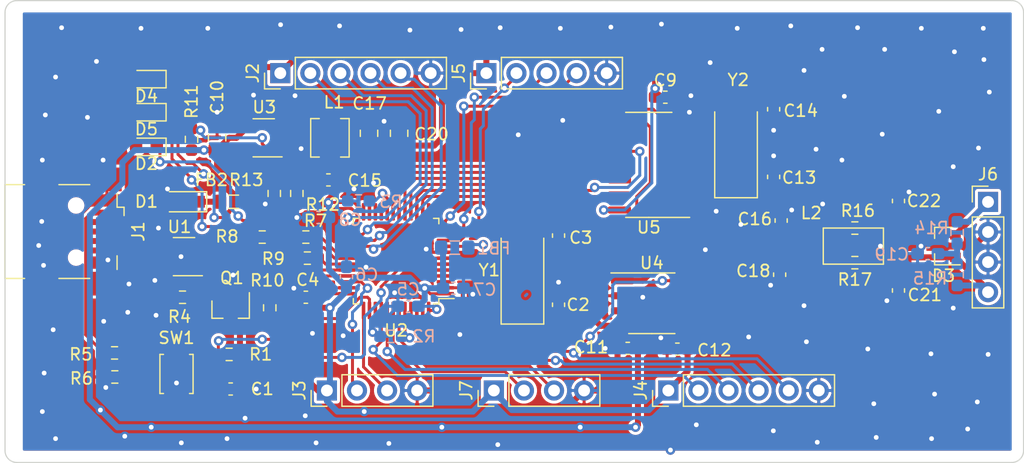
<source format=kicad_pcb>
(kicad_pcb (version 20171130) (host pcbnew "(5.1.8)-1")
  (layers (0 F.Cu signal) (31 B.Cu signal) (34 B.Paste user) (35 F.Paste user) (36 B.SilkS user) (37 F.SilkS user) (38 B.Mask user) (39 F.Mask user) (44 Edge.Cuts user))
  (net 0 "")
  (net 1 "Net-(C1-Pad2)")
  (net 2 GND)
  (net 3 "Net-(C2-Pad1)")
  (net 4 "Net-(C3-Pad1)")
  (net 5 +3V3)
  (net 6 +5V)
  (net 7 "Net-(C13-Pad1)")
  (net 8 "Net-(C14-Pad1)")
  (net 9 "Net-(C15-Pad2)")
  (net 10 "Net-(C16-Pad1)")
  (net 11 "Net-(C18-Pad1)")
  (net 12 "Net-(C19-Pad1)")
  (net 13 /CANL)
  (net 14 /CANH)
  (net 15 "Net-(FB1-Pad2)")
  (net 16 VBUS)
  (net 17 /USB_DP)
  (net 18 /USB_DM)
  (net 19 /SPI2_MOSI)
  (net 20 /SPI2_MISO)
  (net 21 /SPI2_SCK)
  (net 22 /SPI2_CS)
  (net 23 /SWDIO)
  (net 24 /SWCLK)
  (net 25 /GPIO3)
  (net 26 /GPIO2)
  (net 27 /GPIO1)
  (net 28 /GPIO0)
  (net 29 /SCL)
  (net 30 /SDA)
  (net 31 /I2C_INT)
  (net 32 /USART1_TX)
  (net 33 /USART1_RX)
  (net 34 "Net-(L1-Pad1)")
  (net 35 "Net-(Q1-Pad2)")
  (net 36 "Net-(Q1-Pad1)")
  (net 37 "Net-(R2-Pad2)")
  (net 38 "Net-(R3-Pad2)")
  (net 39 /LED_R)
  (net 40 /LED_G)
  (net 41 "Net-(D2-Pad1)")
  (net 42 /LED_B)
  (net 43 /USB_RENUM)
  (net 44 "Net-(R11-Pad2)")
  (net 45 /SPI_INT2)
  (net 46 /SPI1_MOSI)
  (net 47 /SPI1_MISO)
  (net 48 /SPI1_SCK)
  (net 49 /SPI1_CS)
  (net 50 /CAN_STBY)
  (net 51 /SPI_INT1)
  (net 52 /SPI_IN0)
  (net 53 /RXCAN)
  (net 54 /TXCAN)
  (net 55 "Net-(D4-Pad1)")
  (net 56 "Net-(D5-Pad1)")
  (module Inductor_SMD_Custom:L_CommonModeChoke_Bourns_DR331 (layer F.Cu) (at 167.818 74.46)
    (fp_text reference L2 (at 0.254 -1.524) (layer F.SilkS))
    (fp_text value DR331-513)
    (pad 1 smd rect (at 0 0) (size 2.2 1.2) (layers F.Cu F.Paste F.Mask) (net 10 "Net-(C16-Pad1)"))
    (pad 2 smd rect (at 0 2.54) (size 2.2 1.2) (layers F.Cu F.Paste F.Mask) (net 11 "Net-(C18-Pad1)"))
    (pad 4 smd rect (at 7.62 0) (size 2.2 1.2) (layers F.Cu F.Paste F.Mask) (net 14 /CANH))
    (pad 3 smd rect (at 7.62 2.54) (size 2.2 1.2) (layers F.Cu F.Paste F.Mask) (net 13 /CANL))
  )
  (module Crystal:Crystal_SMD_5032-2Pin_5.0x3.2mm_HandSoldering (layer F.Cu) (at 161.722 67.094 90)
    (fp_text reference Y2 (at 5.3975 0.1905 180) (layer F.SilkS))
    (fp_text value 8MHz)
    (pad 2 smd rect (at 2.6 0 90) (size 3.5 2.4) (layers F.Cu F.Paste F.Mask) (net 8 "Net-(C14-Pad1)"))
    (pad 1 smd rect (at -2.6 0 90) (size 3.5 2.4) (layers F.Cu F.Paste F.Mask) (net 7 "Net-(C13-Pad1)"))
  )
  (module Crystal:Crystal_SMD_5032-2Pin_5.0x3.2mm_HandSoldering (layer F.Cu) (at 143.688 77.762 90)
    (fp_text reference Y1 (at 0 -2.8 180) (layer F.SilkS))
    (fp_text value 8MHz)
    (pad 2 smd rect (at 2.6 0 90) (size 3.5 2.4) (layers F.Cu F.Paste F.Mask) (net 4 "Net-(C3-Pad1)"))
    (pad 1 smd rect (at -2.6 0 90) (size 3.5 2.4) (layers F.Cu F.Paste F.Mask) (net 3 "Net-(C2-Pad1)"))
  )
  (module Button_Switch_SMD:SW_SPST_B3U-1000P (layer F.Cu) (at 114.478 86.525 270)
    (fp_text reference SW1 (at -3.048 0 180) (layer F.SilkS))
    (fp_text value SW_Push)
    (pad 2 smd rect (at 1.7 0 270) (size 0.9 1.7) (layers F.Cu F.Paste F.Mask) (net 2 GND))
    (pad 1 smd rect (at -1.7 0 270) (size 0.9 1.7) (layers F.Cu F.Paste F.Mask) (net 1 "Net-(C1-Pad2)"))
  )
  (module Capacitor_SMD:C_0603_1608Metric_Pad1.08x0.95mm_HandSolder (layer F.Cu) (at 155.753 63.157)
    (fp_text reference C9 (at 0 -1.43) (layer F.SilkS))
    (fp_text value 100nF)
    (pad 2 smd roundrect (at 0.8625 0) (size 1.075 0.95) (layers F.Cu F.Paste F.Mask) (net 2 GND))
    (pad 1 smd roundrect (at -0.8625 0) (size 1.075 0.95) (layers F.Cu F.Paste F.Mask) (net 5 +3V3))
  )
  (module Capacitor_SMD:C_0603_1608Metric_Pad1.08x0.95mm_HandSolder (layer B.Cu) (at 126.4795 73.317 180)
    (fp_text reference C8 (at -2.667 -0.1905) (layer B.SilkS) (effects (justify mirror)))
    (fp_text value 100nF)
    (pad 2 smd roundrect (at 0.8625 0 180) (size 1.075 0.95) (layers B.Cu B.Paste B.Mask) (net 2 GND))
    (pad 1 smd roundrect (at -0.8625 0 180) (size 1.075 0.95) (layers B.Cu B.Paste B.Mask) (net 5 +3V3))
  )
  (module Capacitor_SMD:C_0603_1608Metric_Pad1.08x0.95mm_HandSolder (layer B.Cu) (at 137.846 79.286)
    (fp_text reference C7 (at 2.667 0.127 180) (layer B.SilkS) (effects (justify mirror)))
    (fp_text value 100nF)
    (pad 2 smd roundrect (at 0.8625 0) (size 1.075 0.95) (layers B.Cu B.Paste B.Mask) (net 2 GND))
    (pad 1 smd roundrect (at -0.8625 0) (size 1.075 0.95) (layers B.Cu B.Paste B.Mask) (net 5 +3V3))
  )
  (module Capacitor_SMD:C_0603_1608Metric_Pad1.08x0.95mm_HandSolder (layer B.Cu) (at 128.829 78.3335 90)
    (fp_text reference C6 (at 0.1905 1.7145 180) (layer B.SilkS) (effects (justify mirror)))
    (fp_text value 100nF)
    (pad 2 smd roundrect (at 0.8625 0 90) (size 1.075 0.95) (layers B.Cu B.Paste B.Mask) (net 2 GND))
    (pad 1 smd roundrect (at -0.8625 0 90) (size 1.075 0.95) (layers B.Cu B.Paste B.Mask) (net 5 +3V3))
  )
  (module Capacitor_SMD:C_0603_1608Metric_Pad1.08x0.95mm_HandSolder (layer B.Cu) (at 134.036 80.81 180)
    (fp_text reference C5 (at 0 1.43 180) (layer B.SilkS) (effects (justify mirror)))
    (fp_text value 100nF)
    (pad 2 smd roundrect (at 0.8625 0 180) (size 1.075 0.95) (layers B.Cu B.Paste B.Mask) (net 2 GND))
    (pad 1 smd roundrect (at -0.8625 0 180) (size 1.075 0.95) (layers B.Cu B.Paste B.Mask) (net 5 +3V3))
  )
  (module Capacitor_SMD:C_0603_1608Metric_Pad1.08x0.95mm_HandSolder (layer F.Cu) (at 125.4 80.048 180)
    (fp_text reference C4 (at -0.1524 1.4732) (layer F.SilkS))
    (fp_text value 100nF)
    (pad 2 smd roundrect (at 0.8625 0 180) (size 1.075 0.95) (layers F.Cu F.Paste F.Mask) (net 2 GND))
    (pad 1 smd roundrect (at -0.8625 0 180) (size 1.075 0.95) (layers F.Cu F.Paste F.Mask) (net 5 +3V3))
  )
  (module Capacitor_SMD:C_0603_1608Metric_Pad1.08x0.95mm_HandSolder (layer F.Cu) (at 146.736 74.841 270)
    (fp_text reference C3 (at 0.1778 -1.8796) (layer F.SilkS))
    (fp_text value 20pF)
    (pad 2 smd roundrect (at 0.8625 0 270) (size 1.075 0.95) (layers F.Cu F.Paste F.Mask) (net 2 GND))
    (pad 1 smd roundrect (at -0.8625 0 270) (size 1.075 0.95) (layers F.Cu F.Paste F.Mask) (net 4 "Net-(C3-Pad1)"))
  )
  (module Capacitor_SMD:C_0603_1608Metric_Pad1.08x0.95mm_HandSolder (layer F.Cu) (at 146.736 80.683 90)
    (fp_text reference C2 (at 0 1.651 180) (layer F.SilkS))
    (fp_text value 20pF)
    (pad 2 smd roundrect (at 0.8625 0 90) (size 1.075 0.95) (layers F.Cu F.Paste F.Mask) (net 2 GND))
    (pad 1 smd roundrect (at -0.8625 0 90) (size 1.075 0.95) (layers F.Cu F.Paste F.Mask) (net 3 "Net-(C2-Pad1)"))
  )
  (module Capacitor_SMD:C_0603_1608Metric_Pad1.08x0.95mm_HandSolder (layer F.Cu) (at 119.05 87.795 180)
    (fp_text reference C1 (at -2.667 0 180) (layer F.SilkS))
    (fp_text value 100nF)
    (pad 2 smd roundrect (at 0.8625 0 180) (size 1.075 0.95) (layers F.Cu F.Paste F.Mask) (net 1 "Net-(C1-Pad2)"))
    (pad 1 smd roundrect (at -0.8625 0 180) (size 1.075 0.95) (layers F.Cu F.Paste F.Mask) (net 2 GND))
  )
  (module Package_TO_SOT_SMD:SOT-23-5_HandSoldering (layer F.Cu) (at 121.844 66.586 180)
    (fp_text reference U3 (at -0.0508 2.5908) (layer F.SilkS))
    (fp_text value RT8059)
    (pad 5 smd rect (at 1.35 -0.95 180) (size 1.56 0.65) (layers F.Cu F.Paste F.Mask) (net 9 "Net-(C15-Pad2)"))
    (pad 4 smd rect (at 1.35 0.95 180) (size 1.56 0.65) (layers F.Cu F.Paste F.Mask) (net 6 +5V))
    (pad 3 smd rect (at -1.35 0.95 180) (size 1.56 0.65) (layers F.Cu F.Paste F.Mask) (net 34 "Net-(L1-Pad1)"))
    (pad 2 smd rect (at -1.35 0 180) (size 1.56 0.65) (layers F.Cu F.Paste F.Mask) (net 2 GND))
    (pad 1 smd rect (at -1.35 -0.95 180) (size 1.56 0.65) (layers F.Cu F.Paste F.Mask) (net 44 "Net-(R11-Pad2)"))
  )
  (module Resistor_SMD:R_0603_1608Metric_Pad0.98x0.95mm_HandSolder (layer F.Cu) (at 171.755 77.127 180)
    (fp_text reference R17 (at 0 -1.43) (layer F.SilkS))
    (fp_text value 0R)
    (pad 2 smd roundrect (at 0.9125 0 180) (size 0.975 0.95) (layers F.Cu F.Paste F.Mask) (net 11 "Net-(C18-Pad1)"))
    (pad 1 smd roundrect (at -0.9125 0 180) (size 0.975 0.95) (layers F.Cu F.Paste F.Mask) (net 13 /CANL))
  )
  (module Resistor_SMD:R_0603_1608Metric_Pad0.98x0.95mm_HandSolder (layer F.Cu) (at 171.755 74.206 180)
    (fp_text reference R16 (at -0.254 1.4605) (layer F.SilkS))
    (fp_text value 0R)
    (pad 2 smd roundrect (at 0.9125 0 180) (size 0.975 0.95) (layers F.Cu F.Paste F.Mask) (net 10 "Net-(C16-Pad1)"))
    (pad 1 smd roundrect (at -0.9125 0 180) (size 0.975 0.95) (layers F.Cu F.Paste F.Mask) (net 14 /CANH))
  )
  (module LED_SMD:LED_0603_1608Metric_Pad1.05x0.95mm_HandSolder (layer F.Cu) (at 111.938 64.427 180)
    (fp_text reference D5 (at 0 -1.43) (layer F.SilkS))
    (fp_text value LED)
    (pad 2 smd roundrect (at 0.875 0 180) (size 1.05 0.95) (layers F.Cu F.Paste F.Mask) (net 5 +3V3))
    (pad 1 smd roundrect (at -0.875 0 180) (size 1.05 0.95) (layers F.Cu F.Paste F.Mask) (net 56 "Net-(D5-Pad1)"))
  )
  (module LED_SMD:LED_0603_1608Metric_Pad1.05x0.95mm_HandSolder (layer F.Cu) (at 111.938 61.633 180)
    (fp_text reference D4 (at 0 -1.43) (layer F.SilkS))
    (fp_text value LED)
    (pad 2 smd roundrect (at 0.875 0 180) (size 1.05 0.95) (layers F.Cu F.Paste F.Mask) (net 5 +3V3))
    (pad 1 smd roundrect (at -0.875 0 180) (size 1.05 0.95) (layers F.Cu F.Paste F.Mask) (net 55 "Net-(D4-Pad1)"))
  )
  (module LED_SMD:LED_0603_1608Metric_Pad1.05x0.95mm_HandSolder (layer F.Cu) (at 111.938 67.348 180)
    (fp_text reference D2 (at 0 -1.43) (layer F.SilkS))
    (fp_text value LED)
    (pad 2 smd roundrect (at 0.875 0 180) (size 1.05 0.95) (layers F.Cu F.Paste F.Mask) (net 5 +3V3))
    (pad 1 smd roundrect (at -0.875 0 180) (size 1.05 0.95) (layers F.Cu F.Paste F.Mask) (net 41 "Net-(D2-Pad1)"))
  )
  (module Diode_SMD:D_SOD-323_HandSoldering (layer F.Cu) (at 115.127 71.984 180)
    (fp_text reference D1 (at 3.189 0.0132) (layer F.SilkS))
    (fp_text value PESD5V0L1BA)
    (pad 2 smd rect (at 1.25 0 180) (size 1 1) (layers F.Cu F.Paste F.Mask) (net 2 GND))
    (pad 1 smd rect (at -1.25 0 180) (size 1 1) (layers F.Cu F.Paste F.Mask) (net 16 VBUS))
  )
  (module Package_SO:SOIC-14_3.9x8.7mm_P1.27mm (layer F.Cu) (at 154.356 68.872 180)
    (fp_text reference U5 (at 0 -5.28) (layer F.SilkS))
    (fp_text value MCP2517FD-xSL)
    (pad 14 smd roundrect (at 2.475 -3.81 180) (size 1.95 0.6) (layers F.Cu F.Paste F.Mask) (net 5 +3V3))
    (pad 13 smd roundrect (at 2.475 -2.54 180) (size 1.95 0.6) (layers F.Cu F.Paste F.Mask) (net 49 /SPI1_CS))
    (pad 12 smd roundrect (at 2.475 -1.27 180) (size 1.95 0.6) (layers F.Cu F.Paste F.Mask) (net 47 /SPI1_MISO))
    (pad 11 smd roundrect (at 2.475 0 180) (size 1.95 0.6) (layers F.Cu F.Paste F.Mask) (net 46 /SPI1_MOSI))
    (pad 10 smd roundrect (at 2.475 1.27 180) (size 1.95 0.6) (layers F.Cu F.Paste F.Mask) (net 48 /SPI1_SCK))
    (pad 9 smd roundrect (at 2.475 2.54 180) (size 1.95 0.6) (layers F.Cu F.Paste F.Mask) (net 51 /SPI_INT1))
    (pad 8 smd roundrect (at 2.475 3.81 180) (size 1.95 0.6) (layers F.Cu F.Paste F.Mask) (net 45 /SPI_INT2))
    (pad 7 smd roundrect (at -2.475 3.81 180) (size 1.95 0.6) (layers F.Cu F.Paste F.Mask) (net 2 GND))
    (pad 6 smd roundrect (at -2.475 2.54 180) (size 1.95 0.6) (layers F.Cu F.Paste F.Mask) (net 8 "Net-(C14-Pad1)"))
    (pad 5 smd roundrect (at -2.475 1.27 180) (size 1.95 0.6) (layers F.Cu F.Paste F.Mask) (net 7 "Net-(C13-Pad1)"))
    (pad 4 smd roundrect (at -2.475 0 180) (size 1.95 0.6) (layers F.Cu F.Paste F.Mask) (net 52 /SPI_IN0))
    (pad 3 smd roundrect (at -2.475 -1.27 180) (size 1.95 0.6) (layers F.Cu F.Paste F.Mask))
    (pad 2 smd roundrect (at -2.475 -2.54 180) (size 1.95 0.6) (layers F.Cu F.Paste F.Mask) (net 53 /RXCAN))
    (pad 1 smd roundrect (at -2.475 -3.81 180) (size 1.95 0.6) (layers F.Cu F.Paste F.Mask) (net 54 /TXCAN))
  )
  (module Package_SO:SOIC-8_3.9x4.9mm_P1.27mm (layer F.Cu) (at 154.61 80.556)
    (fp_text reference U4 (at 0 -3.4) (layer F.SilkS))
    (fp_text value MCP2562-E-SN)
    (pad 8 smd roundrect (at 2.475 -1.905) (size 1.95 0.6) (layers F.Cu F.Paste F.Mask) (net 50 /CAN_STBY))
    (pad 7 smd roundrect (at 2.475 -0.635) (size 1.95 0.6) (layers F.Cu F.Paste F.Mask) (net 10 "Net-(C16-Pad1)"))
    (pad 6 smd roundrect (at 2.475 0.635) (size 1.95 0.6) (layers F.Cu F.Paste F.Mask) (net 11 "Net-(C18-Pad1)"))
    (pad 5 smd roundrect (at 2.475 1.905) (size 1.95 0.6) (layers F.Cu F.Paste F.Mask) (net 5 +3V3))
    (pad 4 smd roundrect (at -2.475 1.905) (size 1.95 0.6) (layers F.Cu F.Paste F.Mask) (net 53 /RXCAN))
    (pad 3 smd roundrect (at -2.475 0.635) (size 1.95 0.6) (layers F.Cu F.Paste F.Mask) (net 6 +5V))
    (pad 2 smd roundrect (at -2.475 -0.635) (size 1.95 0.6) (layers F.Cu F.Paste F.Mask) (net 2 GND))
    (pad 1 smd roundrect (at -2.475 -1.905) (size 1.95 0.6) (layers F.Cu F.Paste F.Mask) (net 54 /TXCAN))
  )
  (module Package_QFP:LQFP-48_7x7mm_P0.5mm (layer F.Cu) (at 133.02 77 180)
    (fp_text reference U2 (at 0 -5.85) (layer F.SilkS))
    (fp_text value STM32F103C8Tx)
    (pad 48 smd roundrect (at -2.75 -4.1625 180) (size 0.3 1.475) (layers F.Cu F.Paste F.Mask) (net 5 +3V3))
    (pad 47 smd roundrect (at -2.25 -4.1625 180) (size 0.3 1.475) (layers F.Cu F.Paste F.Mask) (net 2 GND))
    (pad 46 smd roundrect (at -1.75 -4.1625 180) (size 0.3 1.475) (layers F.Cu F.Paste F.Mask) (net 25 /GPIO3))
    (pad 45 smd roundrect (at -1.25 -4.1625 180) (size 0.3 1.475) (layers F.Cu F.Paste F.Mask) (net 26 /GPIO2))
    (pad 44 smd roundrect (at -0.75 -4.1625 180) (size 0.3 1.475) (layers F.Cu F.Paste F.Mask) (net 37 "Net-(R2-Pad2)"))
    (pad 43 smd roundrect (at -0.25 -4.1625 180) (size 0.3 1.475) (layers F.Cu F.Paste F.Mask) (net 33 /USART1_RX))
    (pad 42 smd roundrect (at 0.25 -4.1625 180) (size 0.3 1.475) (layers F.Cu F.Paste F.Mask) (net 32 /USART1_TX))
    (pad 41 smd roundrect (at 0.75 -4.1625 180) (size 0.3 1.475) (layers F.Cu F.Paste F.Mask) (net 27 /GPIO1))
    (pad 40 smd roundrect (at 1.25 -4.1625 180) (size 0.3 1.475) (layers F.Cu F.Paste F.Mask) (net 28 /GPIO0))
    (pad 39 smd roundrect (at 1.75 -4.1625 180) (size 0.3 1.475) (layers F.Cu F.Paste F.Mask))
    (pad 38 smd roundrect (at 2.25 -4.1625 180) (size 0.3 1.475) (layers F.Cu F.Paste F.Mask) (net 43 /USB_RENUM))
    (pad 37 smd roundrect (at 2.75 -4.1625 180) (size 0.3 1.475) (layers F.Cu F.Paste F.Mask) (net 24 /SWCLK))
    (pad 36 smd roundrect (at 4.1625 -2.75 180) (size 1.475 0.3) (layers F.Cu F.Paste F.Mask) (net 5 +3V3))
    (pad 35 smd roundrect (at 4.1625 -2.25 180) (size 1.475 0.3) (layers F.Cu F.Paste F.Mask) (net 2 GND))
    (pad 34 smd roundrect (at 4.1625 -1.75 180) (size 1.475 0.3) (layers F.Cu F.Paste F.Mask) (net 23 /SWDIO))
    (pad 33 smd roundrect (at 4.1625 -1.25 180) (size 1.475 0.3) (layers F.Cu F.Paste F.Mask) (net 17 /USB_DP))
    (pad 32 smd roundrect (at 4.1625 -0.75 180) (size 1.475 0.3) (layers F.Cu F.Paste F.Mask) (net 18 /USB_DM))
    (pad 31 smd roundrect (at 4.1625 -0.25 180) (size 1.475 0.3) (layers F.Cu F.Paste F.Mask) (net 42 /LED_B))
    (pad 30 smd roundrect (at 4.1625 0.25 180) (size 1.475 0.3) (layers F.Cu F.Paste F.Mask) (net 40 /LED_G))
    (pad 29 smd roundrect (at 4.1625 0.75 180) (size 1.475 0.3) (layers F.Cu F.Paste F.Mask) (net 39 /LED_R))
    (pad 28 smd roundrect (at 4.1625 1.25 180) (size 1.475 0.3) (layers F.Cu F.Paste F.Mask) (net 19 /SPI2_MOSI))
    (pad 27 smd roundrect (at 4.1625 1.75 180) (size 1.475 0.3) (layers F.Cu F.Paste F.Mask) (net 20 /SPI2_MISO))
    (pad 26 smd roundrect (at 4.1625 2.25 180) (size 1.475 0.3) (layers F.Cu F.Paste F.Mask) (net 21 /SPI2_SCK))
    (pad 25 smd roundrect (at 4.1625 2.75 180) (size 1.475 0.3) (layers F.Cu F.Paste F.Mask) (net 22 /SPI2_CS))
    (pad 24 smd roundrect (at 2.75 4.1625 180) (size 0.3 1.475) (layers F.Cu F.Paste F.Mask) (net 5 +3V3))
    (pad 23 smd roundrect (at 2.25 4.1625 180) (size 0.3 1.475) (layers F.Cu F.Paste F.Mask) (net 2 GND))
    (pad 22 smd roundrect (at 1.75 4.1625 180) (size 0.3 1.475) (layers F.Cu F.Paste F.Mask))
    (pad 21 smd roundrect (at 1.25 4.1625 180) (size 0.3 1.475) (layers F.Cu F.Paste F.Mask))
    (pad 20 smd roundrect (at 0.75 4.1625 180) (size 0.3 1.475) (layers F.Cu F.Paste F.Mask) (net 38 "Net-(R3-Pad2)"))
    (pad 19 smd roundrect (at 0.25 4.1625 180) (size 0.3 1.475) (layers F.Cu F.Paste F.Mask) (net 52 /SPI_IN0))
    (pad 18 smd roundrect (at -0.25 4.1625 180) (size 0.3 1.475) (layers F.Cu F.Paste F.Mask) (net 51 /SPI_INT1))
    (pad 17 smd roundrect (at -0.75 4.1625 180) (size 0.3 1.475) (layers F.Cu F.Paste F.Mask) (net 46 /SPI1_MOSI))
    (pad 16 smd roundrect (at -1.25 4.1625 180) (size 0.3 1.475) (layers F.Cu F.Paste F.Mask) (net 47 /SPI1_MISO))
    (pad 15 smd roundrect (at -1.75 4.1625 180) (size 0.3 1.475) (layers F.Cu F.Paste F.Mask) (net 48 /SPI1_SCK))
    (pad 14 smd roundrect (at -2.25 4.1625 180) (size 0.3 1.475) (layers F.Cu F.Paste F.Mask) (net 49 /SPI1_CS))
    (pad 13 smd roundrect (at -2.75 4.1625 180) (size 0.3 1.475) (layers F.Cu F.Paste F.Mask))
    (pad 12 smd roundrect (at -4.1625 2.75 180) (size 1.475 0.3) (layers F.Cu F.Paste F.Mask) (net 29 /SCL))
    (pad 11 smd roundrect (at -4.1625 2.25 180) (size 1.475 0.3) (layers F.Cu F.Paste F.Mask) (net 30 /SDA))
    (pad 10 smd roundrect (at -4.1625 1.75 180) (size 1.475 0.3) (layers F.Cu F.Paste F.Mask) (net 31 /I2C_INT))
    (pad 9 smd roundrect (at -4.1625 1.25 180) (size 1.475 0.3) (layers F.Cu F.Paste F.Mask) (net 15 "Net-(FB1-Pad2)"))
    (pad 8 smd roundrect (at -4.1625 0.75 180) (size 1.475 0.3) (layers F.Cu F.Paste F.Mask) (net 2 GND))
    (pad 7 smd roundrect (at -4.1625 0.25 180) (size 1.475 0.3) (layers F.Cu F.Paste F.Mask) (net 1 "Net-(C1-Pad2)"))
    (pad 6 smd roundrect (at -4.1625 -0.25 180) (size 1.475 0.3) (layers F.Cu F.Paste F.Mask) (net 4 "Net-(C3-Pad1)"))
    (pad 5 smd roundrect (at -4.1625 -0.75 180) (size 1.475 0.3) (layers F.Cu F.Paste F.Mask) (net 3 "Net-(C2-Pad1)"))
    (pad 4 smd roundrect (at -4.1625 -1.25 180) (size 1.475 0.3) (layers F.Cu F.Paste F.Mask) (net 45 /SPI_INT2))
    (pad 3 smd roundrect (at -4.1625 -1.75 180) (size 1.475 0.3) (layers F.Cu F.Paste F.Mask))
    (pad 2 smd roundrect (at -4.1625 -2.25 180) (size 1.475 0.3) (layers F.Cu F.Paste F.Mask) (net 50 /CAN_STBY))
    (pad 1 smd roundrect (at -4.1625 -2.75 180) (size 1.475 0.3) (layers F.Cu F.Paste F.Mask) (net 5 +3V3))
  )
  (module Package_TO_SOT_SMD:SOT-23-6 (layer F.Cu) (at 115.113 76.619 180)
    (fp_text reference U1 (at 0.381 2.5146) (layer F.SilkS))
    (fp_text value SN65220)
    (pad 5 smd rect (at 1.1 0 180) (size 1.06 0.65) (layers F.Cu F.Paste F.Mask) (net 2 GND))
    (pad 6 smd rect (at 1.1 -0.95 180) (size 1.06 0.65) (layers F.Cu F.Paste F.Mask) (net 17 /USB_DP))
    (pad 4 smd rect (at 1.1 0.95 180) (size 1.06 0.65) (layers F.Cu F.Paste F.Mask) (net 18 /USB_DM))
    (pad 3 smd rect (at -1.1 0.95 180) (size 1.06 0.65) (layers F.Cu F.Paste F.Mask))
    (pad 2 smd rect (at -1.1 0 180) (size 1.06 0.65) (layers F.Cu F.Paste F.Mask) (net 2 GND))
    (pad 1 smd rect (at -1.1 -0.95 180) (size 1.06 0.65) (layers F.Cu F.Paste F.Mask))
  )
  (module Resistor_SMD:R_0603_1608Metric_Pad0.98x0.95mm_HandSolder (layer B.Cu) (at 180.391 78.143 270)
    (fp_text reference R15 (at 0.3175 2.286) (layer B.SilkS) (effects (justify mirror)))
    (fp_text value 60R)
    (pad 2 smd roundrect (at 0.9125 0 270) (size 0.975 0.95) (layers B.Cu B.Paste B.Mask) (net 13 /CANL))
    (pad 1 smd roundrect (at -0.9125 0 270) (size 0.975 0.95) (layers B.Cu B.Paste B.Mask) (net 12 "Net-(C19-Pad1)"))
  )
  (module Resistor_SMD:R_0603_1608Metric_Pad0.98x0.95mm_HandSolder (layer B.Cu) (at 180.391 74.587 270)
    (fp_text reference R14 (at -0.381 2.159) (layer B.SilkS) (effects (justify mirror)))
    (fp_text value 60R)
    (pad 2 smd roundrect (at 0.9125 0 270) (size 0.975 0.95) (layers B.Cu B.Paste B.Mask) (net 12 "Net-(C19-Pad1)"))
    (pad 1 smd roundrect (at -0.9125 0 270) (size 0.975 0.95) (layers B.Cu B.Paste B.Mask) (net 14 /CANH))
  )
  (module Resistor_SMD:R_0603_1608Metric_Pad0.98x0.95mm_HandSolder (layer F.Cu) (at 122.733 71.285 270)
    (fp_text reference R13 (at -1.143 2.3622 180) (layer F.SilkS))
    (fp_text value 150K)
    (pad 2 smd roundrect (at 0.9125 0 270) (size 0.975 0.95) (layers F.Cu F.Paste F.Mask) (net 2 GND))
    (pad 1 smd roundrect (at -0.9125 0 270) (size 0.975 0.95) (layers F.Cu F.Paste F.Mask) (net 9 "Net-(C15-Pad2)"))
  )
  (module Resistor_SMD:R_0603_1608Metric_Pad0.98x0.95mm_HandSolder (layer F.Cu) (at 124.638 71.285 90)
    (fp_text reference R12 (at -0.9398 2.1844 180) (layer F.SilkS))
    (fp_text value 675K)
    (pad 2 smd roundrect (at 0.9125 0 90) (size 0.975 0.95) (layers F.Cu F.Paste F.Mask) (net 9 "Net-(C15-Pad2)"))
    (pad 1 smd roundrect (at -0.9125 0 90) (size 0.975 0.95) (layers F.Cu F.Paste F.Mask) (net 5 +3V3))
  )
  (module Resistor_SMD:R_0603_1608Metric_Pad0.98x0.95mm_HandSolder (layer F.Cu) (at 115.748 66.713 90)
    (fp_text reference R11 (at 3.175 0 90) (layer F.SilkS))
    (fp_text value 10K)
    (pad 2 smd roundrect (at 0.9125 0 90) (size 0.975 0.95) (layers F.Cu F.Paste F.Mask) (net 44 "Net-(R11-Pad2)"))
    (pad 1 smd roundrect (at -0.9125 0 90) (size 0.975 0.95) (layers F.Cu F.Paste F.Mask) (net 6 +5V))
  )
  (module Resistor_SMD:R_0603_1608Metric_Pad0.98x0.95mm_HandSolder (layer F.Cu) (at 122.352 80.937 270)
    (fp_text reference R10 (at -2.3114 0.2032 180) (layer F.SilkS))
    (fp_text value 100R)
    (pad 2 smd roundrect (at 0.9125 0 270) (size 0.975 0.95) (layers F.Cu F.Paste F.Mask) (net 43 /USB_RENUM))
    (pad 1 smd roundrect (at -0.9125 0 270) (size 0.975 0.95) (layers F.Cu F.Paste F.Mask) (net 36 "Net-(Q1-Pad1)"))
  )
  (module Resistor_SMD:R_0603_1608Metric_Pad0.98x0.95mm_HandSolder (layer F.Cu) (at 125.527 76.746 180)
    (fp_text reference R9 (at 2.8702 -0.0508) (layer F.SilkS))
    (fp_text value 330R)
    (pad 2 smd roundrect (at 0.9125 0 180) (size 0.975 0.95) (layers F.Cu F.Paste F.Mask) (net 56 "Net-(D5-Pad1)"))
    (pad 1 smd roundrect (at -0.9125 0 180) (size 0.975 0.95) (layers F.Cu F.Paste F.Mask) (net 42 /LED_B))
  )
  (module Resistor_SMD:R_0603_1608Metric_Pad0.98x0.95mm_HandSolder (layer F.Cu) (at 121.717 74.968 180)
    (fp_text reference R8 (at 2.9718 0.0508) (layer F.SilkS))
    (fp_text value 330R)
    (pad 2 smd roundrect (at 0.9125 0 180) (size 0.975 0.95) (layers F.Cu F.Paste F.Mask) (net 55 "Net-(D4-Pad1)"))
    (pad 1 smd roundrect (at -0.9125 0 180) (size 0.975 0.95) (layers F.Cu F.Paste F.Mask) (net 40 /LED_G))
  )
  (module Resistor_SMD:R_0603_1608Metric_Pad0.98x0.95mm_HandSolder (layer F.Cu) (at 125.4 74.968 180)
    (fp_text reference R7 (at -0.8128 1.3716) (layer F.SilkS))
    (fp_text value 330R)
    (pad 2 smd roundrect (at 0.9125 0 180) (size 0.975 0.95) (layers F.Cu F.Paste F.Mask) (net 41 "Net-(D2-Pad1)"))
    (pad 1 smd roundrect (at -0.9125 0 180) (size 0.975 0.95) (layers F.Cu F.Paste F.Mask) (net 39 /LED_R))
  )
  (module Resistor_SMD:R_0603_1608Metric_Pad0.98x0.95mm_HandSolder (layer F.Cu) (at 109.271 86.779)
    (fp_text reference R6 (at -2.8194 0.127) (layer F.SilkS))
    (fp_text value 36K)
    (pad 2 smd roundrect (at 0.9125 0) (size 0.975 0.95) (layers F.Cu F.Paste F.Mask) (net 36 "Net-(Q1-Pad1)"))
    (pad 1 smd roundrect (at -0.9125 0) (size 0.975 0.95) (layers F.Cu F.Paste F.Mask) (net 2 GND))
  )
  (module Resistor_SMD:R_0603_1608Metric_Pad0.98x0.95mm_HandSolder (layer F.Cu) (at 109.2475 84.747 180)
    (fp_text reference R5 (at 2.8467 -0.127) (layer F.SilkS))
    (fp_text value 10K)
    (pad 2 smd roundrect (at 0.9125 0 180) (size 0.975 0.95) (layers F.Cu F.Paste F.Mask) (net 16 VBUS))
    (pad 1 smd roundrect (at -0.9125 0 180) (size 0.975 0.95) (layers F.Cu F.Paste F.Mask) (net 36 "Net-(Q1-Pad1)"))
  )
  (module Resistor_SMD:R_0603_1608Metric_Pad0.98x0.95mm_HandSolder (layer F.Cu) (at 114.986 80.048 180)
    (fp_text reference R4 (at 0.254 -1.651) (layer F.SilkS))
    (fp_text value 1K5)
    (pad 2 smd roundrect (at 0.9125 0 180) (size 0.975 0.95) (layers F.Cu F.Paste F.Mask) (net 17 /USB_DP))
    (pad 1 smd roundrect (at -0.9125 0 180) (size 0.975 0.95) (layers F.Cu F.Paste F.Mask) (net 35 "Net-(Q1-Pad2)"))
  )
  (module Resistor_SMD:R_0603_1608Metric_Pad0.98x0.95mm_HandSolder (layer B.Cu) (at 129.845 71.92)
    (fp_text reference R3 (at 2.7305 0.0635) (layer B.SilkS) (effects (justify mirror)))
    (fp_text value 100K)
    (pad 2 smd roundrect (at 0.9125 0) (size 0.975 0.95) (layers B.Cu B.Paste B.Mask) (net 38 "Net-(R3-Pad2)"))
    (pad 1 smd roundrect (at -0.9125 0) (size 0.975 0.95) (layers B.Cu B.Paste B.Mask) (net 2 GND))
  )
  (module Resistor_SMD:R_0603_1608Metric_Pad0.98x0.95mm_HandSolder (layer B.Cu) (at 132.5755 83.35)
    (fp_text reference R2 (at 2.794 0) (layer B.SilkS) (effects (justify mirror)))
    (fp_text value 100K)
    (pad 2 smd roundrect (at 0.9125 0) (size 0.975 0.95) (layers B.Cu B.Paste B.Mask) (net 37 "Net-(R2-Pad2)"))
    (pad 1 smd roundrect (at -0.9125 0) (size 0.975 0.95) (layers B.Cu B.Paste B.Mask) (net 2 GND))
  )
  (module Resistor_SMD:R_0603_1608Metric_Pad0.98x0.95mm_HandSolder (layer F.Cu) (at 118.923 84.874 180)
    (fp_text reference R1 (at -2.667 0) (layer F.SilkS))
    (fp_text value 100K)
    (pad 2 smd roundrect (at 0.9125 0 180) (size 0.975 0.95) (layers F.Cu F.Paste F.Mask) (net 1 "Net-(C1-Pad2)"))
    (pad 1 smd roundrect (at -0.9125 0 180) (size 0.975 0.95) (layers F.Cu F.Paste F.Mask) (net 5 +3V3))
  )
  (module Package_TO_SOT_SMD:SOT-23 (layer F.Cu) (at 119.05 81.064 270)
    (fp_text reference Q1 (at -2.6416 -0.1016 180) (layer F.SilkS))
    (fp_text value BC817)
    (pad 3 smd rect (at 1 0 270) (size 0.9 0.8) (layers F.Cu F.Paste F.Mask) (net 5 +3V3))
    (pad 2 smd rect (at -1 0.95 270) (size 0.9 0.8) (layers F.Cu F.Paste F.Mask) (net 35 "Net-(Q1-Pad2)"))
    (pad 1 smd rect (at -1 -0.95 270) (size 0.9 0.8) (layers F.Cu F.Paste F.Mask) (net 36 "Net-(Q1-Pad1)"))
  )
  (module Inductor_SMD:L_Vishay_IHLP-1212 (layer F.Cu) (at 127.432 66.586 270)
    (fp_text reference L1 (at -2.9972 -0.3556 180) (layer F.SilkS))
    (fp_text value 2.2uH)
    (pad 2 smd rect (at 1.35 0 270) (size 1.5 1.2) (layers F.Cu F.Paste F.Mask) (net 5 +3V3))
    (pad 1 smd rect (at -1.35 0 270) (size 1.5 1.2) (layers F.Cu F.Paste F.Mask) (net 34 "Net-(L1-Pad1)"))
  )
  (module Connector_PinHeader_2.54mm:PinHeader_1x04_P2.54mm_Vertical (layer F.Cu) (at 141.275 87.922 90)
    (fp_text reference J7 (at 0 -2.33 90) (layer F.SilkS))
    (fp_text value Conn_01x04_Male)
    (pad 4 thru_hole oval (at 0 7.62 90) (size 1.7 1.7) (drill 1) (layers *.Cu *.Mask) (net 2 GND))
    (pad 3 thru_hole oval (at 0 5.08 90) (size 1.7 1.7) (drill 1) (layers *.Cu *.Mask) (net 33 /USART1_RX))
    (pad 2 thru_hole oval (at 0 2.54 90) (size 1.7 1.7) (drill 1) (layers *.Cu *.Mask) (net 32 /USART1_TX))
    (pad 1 thru_hole rect (at 0 0 90) (size 1.7 1.7) (drill 1) (layers *.Cu *.Mask) (net 5 +3V3))
  )
  (module Connector_PinHeader_2.54mm:PinHeader_1x04_P2.54mm_Vertical (layer F.Cu) (at 183 72)
    (fp_text reference J6 (at 0 -2.33) (layer F.SilkS))
    (fp_text value Conn_01x04_Male)
    (pad 4 thru_hole oval (at 0 7.62) (size 1.7 1.7) (drill 1) (layers *.Cu *.Mask) (net 13 /CANL))
    (pad 3 thru_hole oval (at 0 5.08) (size 1.7 1.7) (drill 1) (layers *.Cu *.Mask) (net 2 GND))
    (pad 2 thru_hole oval (at 0 2.54) (size 1.7 1.7) (drill 1) (layers *.Cu *.Mask) (net 2 GND))
    (pad 1 thru_hole rect (at 0 0) (size 1.7 1.7) (drill 1) (layers *.Cu *.Mask) (net 14 /CANH))
  )
  (module Connector_PinHeader_2.54mm:PinHeader_1x05_P2.54mm_Vertical (layer F.Cu) (at 140.64 61.125 90)
    (fp_text reference J5 (at 0 -2.33 90) (layer F.SilkS))
    (fp_text value Conn_01x05_Male)
    (pad 5 thru_hole oval (at 0 10.16 90) (size 1.7 1.7) (drill 1) (layers *.Cu *.Mask) (net 2 GND))
    (pad 4 thru_hole oval (at 0 7.62 90) (size 1.7 1.7) (drill 1) (layers *.Cu *.Mask) (net 29 /SCL))
    (pad 3 thru_hole oval (at 0 5.08 90) (size 1.7 1.7) (drill 1) (layers *.Cu *.Mask) (net 30 /SDA))
    (pad 2 thru_hole oval (at 0 2.54 90) (size 1.7 1.7) (drill 1) (layers *.Cu *.Mask) (net 31 /I2C_INT))
    (pad 1 thru_hole rect (at 0 0 90) (size 1.7 1.7) (drill 1) (layers *.Cu *.Mask) (net 5 +3V3))
  )
  (module Connector_PinHeader_2.54mm:PinHeader_1x06_P2.54mm_Vertical (layer F.Cu) (at 156.007 87.922 90)
    (fp_text reference J4 (at 0 -2.33 90) (layer F.SilkS))
    (fp_text value Conn_01x06_Male)
    (pad 6 thru_hole oval (at 0 12.7 90) (size 1.7 1.7) (drill 1) (layers *.Cu *.Mask) (net 2 GND))
    (pad 5 thru_hole oval (at 0 10.16 90) (size 1.7 1.7) (drill 1) (layers *.Cu *.Mask) (net 25 /GPIO3))
    (pad 4 thru_hole oval (at 0 7.62 90) (size 1.7 1.7) (drill 1) (layers *.Cu *.Mask) (net 26 /GPIO2))
    (pad 3 thru_hole oval (at 0 5.08 90) (size 1.7 1.7) (drill 1) (layers *.Cu *.Mask) (net 27 /GPIO1))
    (pad 2 thru_hole oval (at 0 2.54 90) (size 1.7 1.7) (drill 1) (layers *.Cu *.Mask) (net 28 /GPIO0))
    (pad 1 thru_hole rect (at 0 0 90) (size 1.7 1.7) (drill 1) (layers *.Cu *.Mask) (net 5 +3V3))
  )
  (module Connector_PinHeader_2.54mm:PinHeader_1x04_P2.54mm_Vertical (layer F.Cu) (at 127.178 87.922 90)
    (fp_text reference J3 (at 0 -2.33 90) (layer F.SilkS))
    (fp_text value Conn_01x04_Male)
    (pad 4 thru_hole oval (at 0 7.62 90) (size 1.7 1.7) (drill 1) (layers *.Cu *.Mask) (net 2 GND))
    (pad 3 thru_hole oval (at 0 5.08 90) (size 1.7 1.7) (drill 1) (layers *.Cu *.Mask) (net 24 /SWCLK))
    (pad 2 thru_hole oval (at 0 2.54 90) (size 1.7 1.7) (drill 1) (layers *.Cu *.Mask) (net 23 /SWDIO))
    (pad 1 thru_hole rect (at 0 0 90) (size 1.7 1.7) (drill 1) (layers *.Cu *.Mask) (net 5 +3V3))
  )
  (module Connector_PinHeader_2.54mm:PinHeader_1x06_P2.54mm_Vertical (layer F.Cu) (at 123.241 61.125 90)
    (fp_text reference J2 (at 0 -2.33 90) (layer F.SilkS))
    (fp_text value Conn_01x06_Male)
    (pad 6 thru_hole oval (at 0 12.7 90) (size 1.7 1.7) (drill 1) (layers *.Cu *.Mask) (net 2 GND))
    (pad 5 thru_hole oval (at 0 10.16 90) (size 1.7 1.7) (drill 1) (layers *.Cu *.Mask) (net 19 /SPI2_MOSI))
    (pad 4 thru_hole oval (at 0 7.62 90) (size 1.7 1.7) (drill 1) (layers *.Cu *.Mask) (net 20 /SPI2_MISO))
    (pad 3 thru_hole oval (at 0 5.08 90) (size 1.7 1.7) (drill 1) (layers *.Cu *.Mask) (net 21 /SPI2_SCK))
    (pad 2 thru_hole oval (at 0 2.54 90) (size 1.7 1.7) (drill 1) (layers *.Cu *.Mask) (net 22 /SPI2_CS))
    (pad 1 thru_hole rect (at 0 0 90) (size 1.7 1.7) (drill 1) (layers *.Cu *.Mask) (net 5 +3V3))
  )
  (module Connector_USB:USB_Mini-B_Wuerth_65100516121_Horizontal (layer F.Cu) (at 106 74.5 270)
    (fp_text reference J1 (at 0 -5.25 90) (layer F.SilkS))
    (fp_text value USB_B_Micro)
    (pad "" np_thru_hole circle (at 2.2 0 270) (size 0.9 0.9) (drill 0.9) (layers *.Cu *.Mask))
    (pad "" np_thru_hole circle (at -2.2 0 270) (size 0.9 0.9) (drill 0.9) (layers *.Cu *.Mask))
    (pad 5 smd rect (at 1.6 -2.6 270) (size 0.5 2.5) (layers F.Cu F.Paste F.Mask) (net 2 GND))
    (pad 4 smd rect (at 0.8 -2.6 270) (size 0.5 2.5) (layers F.Cu F.Paste F.Mask))
    (pad 3 smd rect (at 0 -2.6 270) (size 0.5 2.5) (layers F.Cu F.Paste F.Mask) (net 17 /USB_DP))
    (pad 2 smd rect (at -0.8 -2.6 270) (size 0.5 2.5) (layers F.Cu F.Paste F.Mask) (net 18 /USB_DM))
    (pad 1 smd rect (at -1.6 -2.6 270) (size 0.5 2.5) (layers F.Cu F.Paste F.Mask) (net 16 VBUS))
    (pad 6 smd rect (at 4.4 -2.6 270) (size 2 2.5) (layers F.Cu F.Paste F.Mask) (net 2 GND))
    (pad 6 smd rect (at -4.4 -2.6 270) (size 2 2.5) (layers F.Cu F.Paste F.Mask) (net 2 GND))
    (pad 6 smd rect (at 4.4 2.9 270) (size 2 2.5) (layers F.Cu F.Paste F.Mask) (net 2 GND))
    (pad 6 smd rect (at -4.4 2.9 270) (size 2 2.5) (layers F.Cu F.Paste F.Mask) (net 2 GND))
  )
  (module Inductor_SMD:L_0805_2012Metric_Pad1.05x1.20mm_HandSolder (layer F.Cu) (at 119.304 71.984 180)
    (fp_text reference FB2 (at 1.8796 1.842) (layer F.SilkS))
    (fp_text value Ferrite_Bead)
    (pad 2 smd roundrect (at 1.15 0 180) (size 1.05 1.2) (layers F.Cu F.Paste F.Mask) (roundrect_rratio 0.238095) (net 16 VBUS))
    (pad 1 smd roundrect (at -1.15 0 180) (size 1.05 1.2) (layers F.Cu F.Paste F.Mask) (roundrect_rratio 0.238095) (net 6 +5V))
  )
  (module Inductor_SMD:L_0805_2012Metric_Pad1.05x1.20mm_HandSolder (layer B.Cu) (at 137.973 75.857)
    (fp_text reference FB1 (at 3.302 0.0635 180) (layer B.SilkS) (effects (justify mirror)))
    (fp_text value Ferrite_Bead)
    (pad 2 smd roundrect (at 1.15 0) (size 1.05 1.2) (layers B.Cu B.Paste B.Mask) (roundrect_rratio 0.238095) (net 15 "Net-(FB1-Pad2)"))
    (pad 1 smd roundrect (at -1.15 0) (size 1.05 1.2) (layers B.Cu B.Paste B.Mask) (roundrect_rratio 0.238095) (net 5 +3V3))
  )
  (module Package_TO_SOT_SMD:SOT-23 (layer F.Cu) (at 179.248 75.73 180)
    (fp_text reference D3 (at 0 -2.5) (layer F.SilkS))
    (fp_text value NUP2105L)
    (pad 3 smd rect (at 1 0 180) (size 0.9 0.8) (layers F.Cu F.Paste F.Mask) (net 2 GND))
    (pad 2 smd rect (at -1 0.95 180) (size 0.9 0.8) (layers F.Cu F.Paste F.Mask) (net 14 /CANH))
    (pad 1 smd rect (at -1 -0.95 180) (size 0.9 0.8) (layers F.Cu F.Paste F.Mask) (net 13 /CANL))
  )
  (module Capacitor_SMD:C_0603_1608Metric_Pad1.08x0.95mm_HandSolder (layer F.Cu) (at 175.438 71.92 90)
    (fp_text reference C22 (at 0 2.159 180) (layer F.SilkS))
    (fp_text value 10nF)
    (pad 2 smd roundrect (at 0.8625 0 90) (size 1.075 0.95) (layers F.Cu F.Paste F.Mask) (net 2 GND))
    (pad 1 smd roundrect (at -0.8625 0 90) (size 1.075 0.95) (layers F.Cu F.Paste F.Mask) (net 14 /CANH))
  )
  (module Capacitor_SMD:C_0603_1608Metric_Pad1.08x0.95mm_HandSolder (layer F.Cu) (at 175.438 79.4765 270)
    (fp_text reference C21 (at 0.381 -2.2225) (layer F.SilkS))
    (fp_text value 10nF)
    (pad 2 smd roundrect (at 0.8625 0 270) (size 1.075 0.95) (layers F.Cu F.Paste F.Mask) (net 2 GND))
    (pad 1 smd roundrect (at -0.8625 0 270) (size 1.075 0.95) (layers F.Cu F.Paste F.Mask) (net 13 /CANL))
  )
  (module Capacitor_SMD:C_0805_2012Metric_Pad1.18x1.45mm_HandSolder (layer F.Cu) (at 133.274 66.205 90)
    (fp_text reference C20 (at -0.0762 2.7432 180) (layer F.SilkS))
    (fp_text value 22uF)
    (pad 2 smd roundrect (at 1.0375 0 90) (size 1.175 1.45) (layers F.Cu F.Paste F.Mask) (roundrect_rratio 0.212766) (net 2 GND))
    (pad 1 smd roundrect (at -1.0375 0 90) (size 1.175 1.45) (layers F.Cu F.Paste F.Mask) (roundrect_rratio 0.212766) (net 5 +3V3))
  )
  (module Capacitor_SMD:C_0603_1608Metric_Pad1.08x0.95mm_HandSolder (layer B.Cu) (at 177.9145 76.365 180)
    (fp_text reference C19 (at 3.048 -0.0635) (layer B.SilkS) (effects (justify mirror)))
    (fp_text value 10nF)
    (pad 2 smd roundrect (at 0.8625 0 180) (size 1.075 0.95) (layers B.Cu B.Paste B.Mask) (net 2 GND))
    (pad 1 smd roundrect (at -0.8625 0 180) (size 1.075 0.95) (layers B.Cu B.Paste B.Mask) (net 12 "Net-(C19-Pad1)"))
  )
  (module Capacitor_SMD:C_0603_1608Metric_Pad1.08x0.95mm_HandSolder (layer F.Cu) (at 165.405 78.143 270)
    (fp_text reference C18 (at -0.3175 2.2225 180) (layer F.SilkS))
    (fp_text value 10nF)
    (pad 2 smd roundrect (at 0.8625 0 270) (size 1.075 0.95) (layers F.Cu F.Paste F.Mask) (net 2 GND))
    (pad 1 smd roundrect (at -0.8625 0 270) (size 1.075 0.95) (layers F.Cu F.Paste F.Mask) (net 11 "Net-(C18-Pad1)"))
  )
  (module Capacitor_SMD:C_0805_2012Metric_Pad1.18x1.45mm_HandSolder (layer F.Cu) (at 130.734 66.205 90)
    (fp_text reference C17 (at 2.5146 0.0508 180) (layer F.SilkS))
    (fp_text value 22uF)
    (pad 2 smd roundrect (at 1.0375 0 90) (size 1.175 1.45) (layers F.Cu F.Paste F.Mask) (roundrect_rratio 0.212766) (net 2 GND))
    (pad 1 smd roundrect (at -1.0375 0 90) (size 1.175 1.45) (layers F.Cu F.Paste F.Mask) (roundrect_rratio 0.212766) (net 5 +3V3))
  )
  (module Capacitor_SMD:C_0603_1608Metric_Pad1.08x0.95mm_HandSolder (layer F.Cu) (at 165.532 73.571 90)
    (fp_text reference C16 (at 0.127 -2.2225 180) (layer F.SilkS))
    (fp_text value 10nF)
    (pad 2 smd roundrect (at 0.8625 0 90) (size 1.075 0.95) (layers F.Cu F.Paste F.Mask) (net 2 GND))
    (pad 1 smd roundrect (at -0.8625 0 90) (size 1.075 0.95) (layers F.Cu F.Paste F.Mask) (net 10 "Net-(C16-Pad1)"))
  )
  (module Capacitor_SMD:C_0603_1608Metric_Pad1.08x0.95mm_HandSolder (layer F.Cu) (at 127.305 70.142 180)
    (fp_text reference C15 (at -3.0734 -0.0508) (layer F.SilkS))
    (fp_text value 10pF)
    (pad 2 smd roundrect (at 0.8625 0 180) (size 1.075 0.95) (layers F.Cu F.Paste F.Mask) (net 9 "Net-(C15-Pad2)"))
    (pad 1 smd roundrect (at -0.8625 0 180) (size 1.075 0.95) (layers F.Cu F.Paste F.Mask) (net 5 +3V3))
  )
  (module Capacitor_SMD:C_0603_1608Metric_Pad1.08x0.95mm_HandSolder (layer F.Cu) (at 164.897 64.173 270)
    (fp_text reference C14 (at 0.127 -2.286) (layer F.SilkS))
    (fp_text value 20pF)
    (pad 2 smd roundrect (at 0.8625 0 270) (size 1.075 0.95) (layers F.Cu F.Paste F.Mask) (net 2 GND))
    (pad 1 smd roundrect (at -0.8625 0 270) (size 1.075 0.95) (layers F.Cu F.Paste F.Mask) (net 8 "Net-(C14-Pad1)"))
  )
  (module Capacitor_SMD:C_0603_1608Metric_Pad1.08x0.95mm_HandSolder (layer F.Cu) (at 164.897 69.888 90)
    (fp_text reference C13 (at -0.0635 2.159 180) (layer F.SilkS))
    (fp_text value 20pF)
    (pad 2 smd roundrect (at 0.8625 0 90) (size 1.075 0.95) (layers F.Cu F.Paste F.Mask) (net 2 GND))
    (pad 1 smd roundrect (at -0.8625 0 90) (size 1.075 0.95) (layers F.Cu F.Paste F.Mask) (net 7 "Net-(C13-Pad1)"))
  )
  (module Capacitor_SMD:C_0603_1608Metric_Pad1.08x0.95mm_HandSolder (layer F.Cu) (at 156.769 84.4295 180)
    (fp_text reference C12 (at -3.1242 -0.0889) (layer F.SilkS))
    (fp_text value 100nF)
    (pad 2 smd roundrect (at 0.8625 0 180) (size 1.075 0.95) (layers F.Cu F.Paste F.Mask) (net 2 GND))
    (pad 1 smd roundrect (at -0.8625 0 180) (size 1.075 0.95) (layers F.Cu F.Paste F.Mask) (net 5 +3V3))
  )
  (module Capacitor_SMD:C_0603_1608Metric_Pad1.08x0.95mm_HandSolder (layer F.Cu) (at 152.578 84.366 180)
    (fp_text reference C11 (at 3.0988 0.1016 180) (layer F.SilkS))
    (fp_text value 100nF)
    (pad 2 smd roundrect (at 0.8625 0 180) (size 1.075 0.95) (layers F.Cu F.Paste F.Mask) (net 2 GND))
    (pad 1 smd roundrect (at -0.8625 0 180) (size 1.075 0.95) (layers F.Cu F.Paste F.Mask) (net 6 +5V))
  )
  (module Capacitor_SMD:C_0805_2012Metric_Pad1.18x1.45mm_HandSolder (layer F.Cu) (at 117.907 66.586 90)
    (fp_text reference C10 (at 3.429 0 90) (layer F.SilkS))
    (fp_text value 22uF)
    (pad 2 smd roundrect (at 1.0375 0 90) (size 1.175 1.45) (layers F.Cu F.Paste F.Mask) (roundrect_rratio 0.212766) (net 2 GND))
    (pad 1 smd roundrect (at -1.0375 0 90) (size 1.175 1.45) (layers F.Cu F.Paste F.Mask) (roundrect_rratio 0.212766) (net 6 +5V))
  )
  (gr_arc (start 101 93) (end 100 93) (angle -90) (layer Edge.Cuts) (width 0.1))
  (gr_arc (start 185 93) (end 185 94) (angle -90) (layer Edge.Cuts) (width 0.1))
  (gr_arc (start 185 56) (end 186 56) (angle -90) (layer Edge.Cuts) (width 0.1))
  (gr_arc (start 101 56) (end 101 55) (angle -90) (layer Edge.Cuts) (width 0.1))
  (gr_line (start 100 93) (end 100 56) (layer Edge.Cuts) (width 0.1))
  (gr_line (start 185 94) (end 101 94) (layer Edge.Cuts) (width 0.1))
  (gr_line (start 186 56) (end 186 93) (layer Edge.Cuts) (width 0.1))
  (gr_line (start 101 55) (end 185 55) (layer Edge.Cuts) (width 0.1))
  (via (at 156.1848 92.9512) (size 0.8) (drill 0.4) (layers F.Cu B.Cu) (net 0))
  (segment (start 117.9615 84.825) (end 118.0105 84.874) (width 0.508) (layer F.Cu) (net 1))
  (segment (start 114.478 84.825) (end 117.9615 84.825) (width 0.508) (layer F.Cu) (net 1))
  (segment (start 118.0105 87.618) (end 118.1875 87.795) (width 0.508) (layer F.Cu) (net 1))
  (segment (start 118.0105 84.874) (end 118.0105 87.618) (width 0.508) (layer F.Cu) (net 1))
  (segment (start 137.1825 76.75) (end 134.159 76.75) (width 0.25) (layer F.Cu) (net 1))
  (via (at 131.75 79.667) (size 0.8) (drill 0.4) (layers F.Cu B.Cu) (net 1))
  (segment (start 131.75 79.159) (end 131.75 79.667) (width 0.25) (layer F.Cu) (net 1))
  (segment (start 134.159 76.75) (end 131.75 79.159) (width 0.25) (layer F.Cu) (net 1))
  (segment (start 131.75 79.667) (end 131.75 80.302) (width 0.25) (layer B.Cu) (net 1))
  (segment (start 131.75 80.302) (end 130.353 81.699) (width 0.25) (layer B.Cu) (net 1))
  (segment (start 130.353 81.699) (end 130.353 84.874) (width 0.25) (layer B.Cu) (net 1))
  (via (at 128.448 85.128) (size 0.8) (drill 0.4) (layers F.Cu B.Cu) (net 1))
  (segment (start 130.099 85.128) (end 128.448 85.128) (width 0.25) (layer B.Cu) (net 1))
  (segment (start 130.353 84.874) (end 130.099 85.128) (width 0.25) (layer B.Cu) (net 1))
  (segment (start 128.448 85.128) (end 126.289 85.128) (width 0.25) (layer F.Cu) (net 1))
  (segment (start 126.289 85.128) (end 124.765 83.604) (width 0.25) (layer F.Cu) (net 1))
  (via (at 121.717 83.604) (size 0.8) (drill 0.4) (layers F.Cu B.Cu) (net 1))
  (segment (start 124.765 83.604) (end 121.717 83.604) (width 0.25) (layer F.Cu) (net 1))
  (via (at 118.034 83.731) (size 0.8) (drill 0.4) (layers F.Cu B.Cu) (net 1))
  (segment (start 118.161 83.604) (end 118.034 83.731) (width 0.25) (layer B.Cu) (net 1))
  (segment (start 121.717 83.604) (end 118.161 83.604) (width 0.25) (layer B.Cu) (net 1))
  (segment (start 118.0105 83.7545) (end 118.0105 84.874) (width 0.25) (layer F.Cu) (net 1))
  (segment (start 118.034 83.731) (end 118.0105 83.7545) (width 0.25) (layer F.Cu) (net 1))
  (via (at 131.0388 82.9944) (size 0.8) (drill 0.4) (layers F.Cu B.Cu) (net 2))
  (via (at 128.5496 83.2992) (size 0.8) (drill 0.4) (layers F.Cu B.Cu) (net 2))
  (segment (start 123.194 66.586) (end 124.086 66.586) (width 0.508) (layer F.Cu) (net 2))
  (via (at 125 67.5) (size 0.8) (drill 0.4) (layers F.Cu B.Cu) (net 2))
  (segment (start 124.086 66.586) (end 125 67.5) (width 0.508) (layer F.Cu) (net 2))
  (via (at 117.907 64.427) (size 0.8) (drill 0.4) (layers F.Cu B.Cu) (net 2))
  (segment (start 117.907 65.5485) (end 117.907 64.427) (width 0.25) (layer F.Cu) (net 2))
  (via (at 113.716 70.904) (size 0.8) (drill 0.4) (layers F.Cu B.Cu) (net 2))
  (segment (start 113.877 71.065) (end 113.716 70.904) (width 0.25) (layer F.Cu) (net 2))
  (segment (start 113.877 71.984) (end 113.877 71.065) (width 0.25) (layer F.Cu) (net 2))
  (segment (start 108.6 79.377) (end 108.636 79.413) (width 0.25) (layer F.Cu) (net 2))
  (segment (start 108.6 78.6) (end 108.6 79.377) (width 0.25) (layer F.Cu) (net 2))
  (via (at 108.509 87.668) (size 0.8) (drill 0.4) (layers F.Cu B.Cu) (net 2))
  (segment (start 108.3585 87.5175) (end 108.509 87.668) (width 0.25) (layer F.Cu) (net 2))
  (segment (start 108.3585 86.779) (end 108.3585 87.5175) (width 0.25) (layer F.Cu) (net 2))
  (via (at 114.478 87.287) (size 0.8) (drill 0.4) (layers F.Cu B.Cu) (net 2))
  (segment (start 114.478 88.225) (end 114.478 87.287) (width 0.25) (layer F.Cu) (net 2))
  (via (at 121.209 87.795) (size 0.8) (drill 0.4) (layers F.Cu B.Cu) (net 2))
  (segment (start 119.9125 87.795) (end 121.209 87.795) (width 0.25) (layer F.Cu) (net 2))
  (via (at 132.004 65.189) (size 0.8) (drill 0.4) (layers F.Cu B.Cu) (net 2))
  (segment (start 130.734 65.1675) (end 132.0255 65.1675) (width 0.25) (layer F.Cu) (net 2))
  (segment (start 132.0255 65.1675) (end 132.004 65.189) (width 0.25) (layer F.Cu) (net 2))
  (segment (start 132.0255 65.1675) (end 133.274 65.1675) (width 0.25) (layer F.Cu) (net 2))
  (segment (start 157.785 63.157) (end 157.912 63.03) (width 0.25) (layer F.Cu) (net 2))
  (via (at 157.912 63.03) (size 0.8) (drill 0.4) (layers F.Cu B.Cu) (net 2))
  (segment (start 156.6155 63.157) (end 157.785 63.157) (width 0.25) (layer F.Cu) (net 2))
  (via (at 157.785 64.427) (size 0.8) (drill 0.4) (layers F.Cu B.Cu) (net 2))
  (segment (start 157.15 65.062) (end 157.785 64.427) (width 0.25) (layer F.Cu) (net 2))
  (segment (start 156.831 65.062) (end 157.15 65.062) (width 0.25) (layer F.Cu) (net 2))
  (via (at 164.897 65.951) (size 0.8) (drill 0.4) (layers F.Cu B.Cu) (net 2))
  (segment (start 164.897 65.0355) (end 164.897 65.951) (width 0.25) (layer F.Cu) (net 2))
  (segment (start 164.897 65.951) (end 164.897 68.745) (width 0.25) (layer B.Cu) (net 2))
  (via (at 164.897 68.11) (size 0.8) (drill 0.4) (layers F.Cu B.Cu) (net 2))
  (segment (start 164.897 68.745) (end 164.897 68.11) (width 0.25) (layer B.Cu) (net 2))
  (via (at 166.421 72.682) (size 0.8) (drill 0.4) (layers F.Cu B.Cu) (net 2))
  (segment (start 166.3945 72.7085) (end 166.421 72.682) (width 0.25) (layer F.Cu) (net 2))
  (segment (start 165.532 72.7085) (end 166.3945 72.7085) (width 0.25) (layer F.Cu) (net 2))
  (via (at 176.327 71.158) (size 0.8) (drill 0.4) (layers F.Cu B.Cu) (net 2))
  (segment (start 176.2265 71.0575) (end 176.327 71.158) (width 0.25) (layer F.Cu) (net 2))
  (segment (start 175.438 71.0575) (end 176.2265 71.0575) (width 0.25) (layer F.Cu) (net 2))
  (via (at 177.343 75.73) (size 0.8) (drill 0.4) (layers F.Cu B.Cu) (net 2))
  (segment (start 178.248 75.73) (end 177.343 75.73) (width 0.25) (layer F.Cu) (net 2))
  (via (at 174.459 80.339) (size 0.8) (drill 0.4) (layers F.Cu B.Cu) (net 2))
  (segment (start 174.332 80.339) (end 174.459 80.339) (width 0.25) (layer F.Cu) (net 2))
  (segment (start 175.438 80.339) (end 174.459 80.339) (width 0.25) (layer F.Cu) (net 2))
  (via (at 164.643 79.032) (size 0.8) (drill 0.4) (layers F.Cu B.Cu) (net 2))
  (segment (start 164.6695 79.0055) (end 164.643 79.032) (width 0.25) (layer F.Cu) (net 2))
  (segment (start 165.405 79.0055) (end 164.6695 79.0055) (width 0.25) (layer F.Cu) (net 2))
  (via (at 150.673 84.366) (size 0.8) (drill 0.4) (layers F.Cu B.Cu) (net 2))
  (segment (start 151.7155 84.366) (end 150.673 84.366) (width 0.25) (layer F.Cu) (net 2))
  (via (at 153.848 80.048) (size 0.8) (drill 0.4) (layers F.Cu B.Cu) (net 2))
  (segment (start 153.721 79.921) (end 153.848 80.048) (width 0.25) (layer F.Cu) (net 2))
  (segment (start 152.135 79.921) (end 153.721 79.921) (width 0.25) (layer F.Cu) (net 2))
  (via (at 146.736 78.778) (size 0.8) (drill 0.4) (layers F.Cu B.Cu) (net 2))
  (segment (start 146.736 79.8205) (end 146.736 78.778) (width 0.25) (layer F.Cu) (net 2))
  (via (at 114.859 76.619) (size 0.8) (drill 0.4) (layers F.Cu B.Cu) (net 2))
  (segment (start 114.013 76.619) (end 114.859 76.619) (width 0.25) (layer F.Cu) (net 2))
  (segment (start 116.213 76.619) (end 114.859 76.619) (width 0.25) (layer F.Cu) (net 2))
  (via (at 131.115 70.396) (size 0.8) (drill 0.4) (layers F.Cu B.Cu) (net 2))
  (segment (start 130.77 70.741) (end 131.115 70.396) (width 0.25) (layer F.Cu) (net 2))
  (segment (start 130.77 72.8375) (end 130.77 70.741) (width 0.25) (layer F.Cu) (net 2))
  (segment (start 128.9325 71.92) (end 128.9325 71.4355) (width 0.25) (layer B.Cu) (net 2))
  (via (at 129.464 70.904) (size 0.8) (drill 0.4) (layers F.Cu B.Cu) (net 2))
  (segment (start 128.9325 71.4355) (end 129.464 70.904) (width 0.25) (layer B.Cu) (net 2))
  (via (at 121.971 72.174) (size 0.8) (drill 0.4) (layers F.Cu B.Cu) (net 2))
  (segment (start 121.9945 72.1975) (end 121.971 72.174) (width 0.25) (layer F.Cu) (net 2))
  (segment (start 122.733 72.1975) (end 121.9945 72.1975) (width 0.25) (layer F.Cu) (net 2))
  (via (at 124.638 73.317) (size 0.8) (drill 0.4) (layers F.Cu B.Cu) (net 2))
  (segment (start 125.617 73.317) (end 124.638 73.317) (width 0.25) (layer B.Cu) (net 2))
  (via (at 130.48 77.508) (size 0.8) (drill 0.4) (layers F.Cu B.Cu) (net 2))
  (segment (start 130.443 77.471) (end 130.48 77.508) (width 0.25) (layer B.Cu) (net 2))
  (segment (start 128.829 77.471) (end 130.443 77.471) (width 0.25) (layer B.Cu) (net 2))
  (via (at 124.384 79.286) (size 0.8) (drill 0.4) (layers F.Cu B.Cu) (net 2))
  (segment (start 124.5375 79.4395) (end 124.384 79.286) (width 0.508) (layer F.Cu) (net 2))
  (segment (start 124.5375 80.048) (end 124.5375 79.4395) (width 0.508) (layer F.Cu) (net 2))
  (via (at 139.497 79.794) (size 0.8) (drill 0.4) (layers F.Cu B.Cu) (net 2))
  (segment (start 138.989 79.286) (end 139.497 79.794) (width 0.25) (layer B.Cu) (net 2))
  (segment (start 138.7085 79.286) (end 138.989 79.286) (width 0.25) (layer B.Cu) (net 2))
  (via (at 132.893 79.667) (size 0.8) (drill 0.4) (layers F.Cu B.Cu) (net 2))
  (segment (start 133.1735 79.9475) (end 132.893 79.667) (width 0.25) (layer B.Cu) (net 2))
  (segment (start 133.1735 80.81) (end 133.1735 79.9475) (width 0.25) (layer B.Cu) (net 2))
  (via (at 155.372 83.477) (size 0.8) (drill 0.4) (layers F.Cu B.Cu) (net 2))
  (segment (start 155.9065 84.0115) (end 155.372 83.477) (width 0.25) (layer F.Cu) (net 2))
  (segment (start 155.9065 84.4295) (end 155.9065 84.0115) (width 0.25) (layer F.Cu) (net 2))
  (via (at 135.56 75.984) (size 0.8) (drill 0.4) (layers F.Cu B.Cu) (net 2))
  (segment (start 135.826 76.25) (end 135.56 75.984) (width 0.25) (layer F.Cu) (net 2))
  (segment (start 137.1825 76.25) (end 135.826 76.25) (width 0.25) (layer F.Cu) (net 2))
  (segment (start 135.27 81.1625) (end 135.27 80.266) (width 0.25) (layer F.Cu) (net 2))
  (segment (start 135.27 80.266) (end 134.798 79.794) (width 0.25) (layer F.Cu) (net 2))
  (segment (start 133.02 79.794) (end 132.893 79.667) (width 0.25) (layer F.Cu) (net 2))
  (segment (start 134.798 79.794) (end 133.02 79.794) (width 0.25) (layer F.Cu) (net 2))
  (segment (start 131.663 82.3205) (end 133.1735 80.81) (width 0.25) (layer B.Cu) (net 2))
  (segment (start 131.663 83.35) (end 131.663 82.3205) (width 0.25) (layer B.Cu) (net 2))
  (segment (start 148.895 87.922) (end 149.911 87.922) (width 0.508) (layer F.Cu) (net 2))
  (segment (start 151.7155 86.1175) (end 151.7155 84.366) (width 0.508) (layer F.Cu) (net 2))
  (segment (start 149.911 87.922) (end 151.7155 86.1175) (width 0.508) (layer F.Cu) (net 2))
  (segment (start 134.798 87.922) (end 136.83 87.922) (width 0.508) (layer F.Cu) (net 2))
  (segment (start 136.83 87.922) (end 138.481 89.573) (width 0.508) (layer F.Cu) (net 2))
  (segment (start 147.244 89.573) (end 148.895 87.922) (width 0.508) (layer F.Cu) (net 2))
  (segment (start 138.481 89.573) (end 147.244 89.573) (width 0.508) (layer F.Cu) (net 2))
  (segment (start 181.81 75.73) (end 183 74.54) (width 0.508) (layer F.Cu) (net 2))
  (segment (start 178.74 75.73) (end 181.81 75.73) (width 0.508) (layer F.Cu) (net 2))
  (via (at 173.914 75.73) (size 0.8) (drill 0.4) (layers F.Cu B.Cu) (net 2))
  (segment (start 177.343 75.73) (end 173.914 75.73) (width 0.508) (layer F.Cu) (net 2))
  (via (at 103.2512 77.3556) (size 0.8) (drill 0.4) (layers F.Cu B.Cu) (net 2))
  (segment (start 103.1 77.5068) (end 103.2512 77.3556) (width 0.25) (layer F.Cu) (net 2))
  (segment (start 103.1 78.9) (end 103.1 77.5068) (width 0.25) (layer F.Cu) (net 2))
  (via (at 110.4648 78.9304) (size 0.8) (drill 0.4) (layers F.Cu B.Cu) (net 2))
  (segment (start 110.4344 78.9) (end 110.4648 78.9304) (width 0.25) (layer F.Cu) (net 2))
  (segment (start 108.6 78.9) (end 110.4344 78.9) (width 0.25) (layer F.Cu) (net 2))
  (via (at 103.1496 68.4656) (size 0.8) (drill 0.4) (layers F.Cu B.Cu) (net 2))
  (segment (start 103.1 68.5152) (end 103.1496 68.4656) (width 0.25) (layer F.Cu) (net 2))
  (segment (start 103.1 70.1) (end 103.1 68.5152) (width 0.25) (layer F.Cu) (net 2))
  (via (at 108.2804 68.4656) (size 0.8) (drill 0.4) (layers F.Cu B.Cu) (net 2))
  (segment (start 108.6 68.7852) (end 108.2804 68.4656) (width 0.25) (layer F.Cu) (net 2))
  (segment (start 108.6 70.1) (end 108.6 68.7852) (width 0.25) (layer F.Cu) (net 2))
  (via (at 108.6868 76.8984) (size 0.8) (drill 0.4) (layers F.Cu B.Cu) (net 2))
  (segment (start 108.6 76.8116) (end 108.6868 76.8984) (width 0.25) (layer F.Cu) (net 2))
  (segment (start 108.6 76.1) (end 108.6 76.8116) (width 0.25) (layer F.Cu) (net 2))
  (via (at 119.2532 78.1684) (size 0.8) (drill 0.4) (layers F.Cu B.Cu) (net 2))
  (via (at 125.9588 83.096) (size 0.8) (drill 0.4) (layers F.Cu B.Cu) (net 2))
  (via (at 138.4048 83.1976) (size 0.8) (drill 0.4) (layers F.Cu B.Cu) (net 2))
  (via (at 112.954 74.206) (size 0.8) (drill 0.4) (layers F.Cu B.Cu) (net 2))
  (via (at 110.3632 81.318) (size 0.8) (drill 0.4) (layers F.Cu B.Cu) (net 2))
  (via (at 108.3312 82.08) (size 0.8) (drill 0.4) (layers F.Cu B.Cu) (net 2))
  (via (at 112.6492 78.6256) (size 0.8) (drill 0.4) (layers F.Cu B.Cu) (net 2))
  (via (at 112.7508 81.572) (size 0.8) (drill 0.4) (layers F.Cu B.Cu) (net 2))
  (via (at 168.9864 59.1184) (size 0.8) (drill 0.4) (layers F.Cu B.Cu) (net 2))
  (via (at 174.2696 59.1184) (size 0.8) (drill 0.4) (layers F.Cu B.Cu) (net 2))
  (via (at 180.1624 59.3216) (size 0.8) (drill 0.4) (layers F.Cu B.Cu) (net 2))
  (via (at 182.6008 57.3404) (size 0.8) (drill 0.4) (layers F.Cu B.Cu) (net 2))
  (via (at 177.3684 57.3404) (size 0.8) (drill 0.4) (layers F.Cu B.Cu) (net 2))
  (via (at 171.9836 57.2896) (size 0.8) (drill 0.4) (layers F.Cu B.Cu) (net 2))
  (via (at 166.3448 57.1372) (size 0.8) (drill 0.4) (layers F.Cu B.Cu) (net 2))
  (via (at 161.8236 57.3404) (size 0.8) (drill 0.4) (layers F.Cu B.Cu) (net 2))
  (via (at 155.4228 56.9848) (size 0.8) (drill 0.4) (layers F.Cu B.Cu) (net 2))
  (via (at 146.8884 57.3404) (size 0.8) (drill 0.4) (layers F.Cu B.Cu) (net 2))
  (via (at 151.1556 57.2388) (size 0.8) (drill 0.4) (layers F.Cu B.Cu) (net 2))
  (via (at 141.8084 57.2896) (size 0.8) (drill 0.4) (layers F.Cu B.Cu) (net 2))
  (via (at 138.5064 57.442) (size 0.8) (drill 0.4) (layers F.Cu B.Cu) (net 2))
  (via (at 134.1884 57.4928) (size 0.8) (drill 0.4) (layers F.Cu B.Cu) (net 2))
  (via (at 128.2448 57.1372) (size 0.8) (drill 0.4) (layers F.Cu B.Cu) (net 2))
  (via (at 123.2664 57.0356) (size 0.8) (drill 0.4) (layers F.Cu B.Cu) (net 2))
  (via (at 117.1196 57.3404) (size 0.8) (drill 0.4) (layers F.Cu B.Cu) (net 2))
  (via (at 111.4808 57.3404) (size 0.8) (drill 0.4) (layers F.Cu B.Cu) (net 2))
  (via (at 104.7752 57.2896) (size 0.8) (drill 0.4) (layers F.Cu B.Cu) (net 2))
  (via (at 104.2672 61.4552) (size 0.8) (drill 0.4) (layers F.Cu B.Cu) (net 2))
  (via (at 103.4036 64.6556) (size 0.8) (drill 0.4) (layers F.Cu B.Cu) (net 2))
  (via (at 106.9596 64.8588) (size 0.8) (drill 0.4) (layers F.Cu B.Cu) (net 2))
  (via (at 107.7216 60.1344) (size 0.8) (drill 0.4) (layers F.Cu B.Cu) (net 2))
  (via (at 104.064 82.7912) (size 0.8) (drill 0.4) (layers F.Cu B.Cu) (net 2))
  (via (at 103.0988 73.6472) (size 0.8) (drill 0.4) (layers F.Cu B.Cu) (net 2))
  (via (at 102.8448 75.6792) (size 0.8) (drill 0.4) (layers F.Cu B.Cu) (net 2))
  (via (at 103.302 86.4488) (size 0.8) (drill 0.4) (layers F.Cu B.Cu) (net 2))
  (via (at 103.1496 89.7) (size 0.8) (drill 0.4) (layers F.Cu B.Cu) (net 2))
  (via (at 104.2672 91.986) (size 0.8) (drill 0.4) (layers F.Cu B.Cu) (net 2))
  (via (at 110.1092 91.7828) (size 0.8) (drill 0.4) (layers F.Cu B.Cu) (net 2))
  (via (at 114.8844 92.3416) (size 0.8) (drill 0.4) (layers F.Cu B.Cu) (net 2))
  (via (at 120.2692 90.2588) (size 0.8) (drill 0.4) (layers F.Cu B.Cu) (net 2))
  (via (at 118.7452 91.986) (size 0.8) (drill 0.4) (layers F.Cu B.Cu) (net 2))
  (via (at 126.2636 92.3416) (size 0.8) (drill 0.4) (layers F.Cu B.Cu) (net 2))
  (via (at 125.3492 90.0556) (size 0.8) (drill 0.4) (layers F.Cu B.Cu) (net 2))
  (via (at 132.4104 92.3924) (size 0.8) (drill 0.4) (layers F.Cu B.Cu) (net 2))
  (via (at 141.6052 92.494) (size 0.8) (drill 0.4) (layers F.Cu B.Cu) (net 2))
  (via (at 158.3692 90.8176) (size 0.8) (drill 0.4) (layers F.Cu B.Cu) (net 2))
  (via (at 164.8716 91.3256) (size 0.8) (drill 0.4) (layers F.Cu B.Cu) (net 2))
  (via (at 168.58 92.2908) (size 0.8) (drill 0.4) (layers F.Cu B.Cu) (net 2))
  (via (at 178.232 91.986) (size 0.8) (drill 0.4) (layers F.Cu B.Cu) (net 2))
  (via (at 173.5584 91.8844) (size 0.8) (drill 0.4) (layers F.Cu B.Cu) (net 2))
  (via (at 173.3552 89.0396) (size 0.8) (drill 0.4) (layers F.Cu B.Cu) (net 2))
  (via (at 181.28 91.1732) (size 0.8) (drill 0.4) (layers F.Cu B.Cu) (net 2))
  (via (at 182.0928 88.8872) (size 0.8) (drill 0.4) (layers F.Cu B.Cu) (net 2))
  (via (at 183.0072 84.874) (size 0.8) (drill 0.4) (layers F.Cu B.Cu) (net 2))
  (via (at 182.1944 67.4496) (size 0.8) (drill 0.4) (layers F.Cu B.Cu) (net 2))
  (via (at 183.1088 62.7252) (size 0.8) (drill 0.4) (layers F.Cu B.Cu) (net 2))
  (via (at 182.6516 59.982) (size 0.8) (drill 0.4) (layers F.Cu B.Cu) (net 2))
  (via (at 178.8416 64.3508) (size 0.8) (drill 0.4) (layers F.Cu B.Cu) (net 2))
  (via (at 170.866 63.0808) (size 0.8) (drill 0.4) (layers F.Cu B.Cu) (net 2))
  (via (at 170.6628 68.4656) (size 0.8) (drill 0.4) (layers F.Cu B.Cu) (net 2))
  (via (at 174.0664 66.2812) (size 0.8) (drill 0.4) (layers F.Cu B.Cu) (net 2))
  (via (at 180.0608 69.0244) (size 0.8) (drill 0.4) (layers F.Cu B.Cu) (net 2))
  (via (at 167.6656 83.8072) (size 0.8) (drill 0.4) (layers F.Cu B.Cu) (net 2))
  (via (at 172.8472 84.4168) (size 0.8) (drill 0.4) (layers F.Cu B.Cu) (net 2))
  (via (at 178.1812 84.8232) (size 0.8) (drill 0.4) (layers F.Cu B.Cu) (net 2))
  (via (at 178.486 88.2268) (size 0.8) (drill 0.4) (layers F.Cu B.Cu) (net 2))
  (via (at 180.0608 80.9624) (size 0.8) (drill 0.4) (layers F.Cu B.Cu) (net 2))
  (via (at 143.3324 66.332) (size 0.8) (drill 0.4) (layers F.Cu B.Cu) (net 2))
  (via (at 147.0916 65.1128) (size 0.8) (drill 0.4) (layers F.Cu B.Cu) (net 2))
  (via (at 120.9804 62.9792) (size 0.8) (drill 0.4) (layers F.Cu B.Cu) (net 2))
  (via (at 124.4856 63.03) (size 0.8) (drill 0.4) (layers F.Cu B.Cu) (net 2))
  (via (at 159.1312 76.0348) (size 0.8) (drill 0.4) (layers F.Cu B.Cu) (net 2))
  (via (at 162.1284 73.9012) (size 0.8) (drill 0.4) (layers F.Cu B.Cu) (net 2))
  (via (at 160.0456 72.7836) (size 0.8) (drill 0.4) (layers F.Cu B.Cu) (net 2))
  (via (at 159.5376 60.236) (size 0.8) (drill 0.4) (layers F.Cu B.Cu) (net 2))
  (via (at 167.4624 60.8964) (size 0.8) (drill 0.4) (layers F.Cu B.Cu) (net 2))
  (via (at 168.4784 67.5512) (size 0.8) (drill 0.4) (layers F.Cu B.Cu) (net 2))
  (via (at 169.0372 72.174) (size 0.8) (drill 0.4) (layers F.Cu B.Cu) (net 2))
  (via (at 162.7888 83.4008) (size 0.8) (drill 0.4) (layers F.Cu B.Cu) (net 2))
  (via (at 167.4624 80.7592) (size 0.8) (drill 0.4) (layers F.Cu B.Cu) (net 2))
  (segment (start 143.942 79.921) (end 143.942 79.794) (width 0.25) (layer F.Cu) (net 3))
  (segment (start 141.898 77.75) (end 137.1825 77.75) (width 0.25) (layer F.Cu) (net 3))
  (segment (start 143.942 79.794) (end 141.898 77.75) (width 0.25) (layer F.Cu) (net 3))
  (segment (start 144.069 79.794) (end 143.942 79.921) (width 0.25) (layer B.Cu) (net 3))
  (segment (start 144.8715 81.5455) (end 143.688 80.362) (width 0.25) (layer F.Cu) (net 3))
  (segment (start 146.736 81.5455) (end 144.8715 81.5455) (width 0.25) (layer F.Cu) (net 3))
  (segment (start 141.733 77.25) (end 143.942 75.041) (width 0.25) (layer F.Cu) (net 4))
  (segment (start 137.1825 77.25) (end 141.733 77.25) (width 0.25) (layer F.Cu) (net 4))
  (segment (start 144.8715 73.9785) (end 143.688 75.162) (width 0.25) (layer F.Cu) (net 4))
  (segment (start 146.736 73.9785) (end 144.8715 73.9785) (width 0.25) (layer F.Cu) (net 4))
  (segment (start 127.432 67.936) (end 129.765 67.936) (width 0.508) (layer F.Cu) (net 5))
  (segment (start 129.765 67.936) (end 130.0775 67.6235) (width 0.508) (layer F.Cu) (net 5))
  (segment (start 126.2625 80.048) (end 127.305 80.048) (width 0.25) (layer F.Cu) (net 5))
  (segment (start 127.603 79.75) (end 128.8575 79.75) (width 0.25) (layer F.Cu) (net 5))
  (segment (start 127.305 80.048) (end 127.603 79.75) (width 0.25) (layer F.Cu) (net 5))
  (segment (start 157.085 82.461) (end 157.404 82.461) (width 0.508) (layer F.Cu) (net 5))
  (segment (start 157.6315 82.6885) (end 157.6315 84.4295) (width 0.508) (layer F.Cu) (net 5))
  (segment (start 157.404 82.461) (end 157.6315 82.6885) (width 0.508) (layer F.Cu) (net 5))
  (segment (start 111.063 67.348) (end 111.063 61.633) (width 0.508) (layer F.Cu) (net 5))
  (segment (start 111.063 61.633) (end 111.063 60.9205) (width 0.508) (layer F.Cu) (net 5))
  (segment (start 111.063 60.9205) (end 111.3665 60.617) (width 0.508) (layer F.Cu) (net 5))
  (segment (start 122.733 60.617) (end 123.241 61.125) (width 0.508) (layer F.Cu) (net 5))
  (segment (start 111.3665 60.617) (end 122.733 60.617) (width 0.508) (layer F.Cu) (net 5))
  (segment (start 133.274 67.2425) (end 136.237 67.2425) (width 0.508) (layer F.Cu) (net 5))
  (segment (start 136.237 67.2425) (end 136.8935 66.586) (width 0.508) (layer F.Cu) (net 5))
  (segment (start 136.8935 66.586) (end 136.8935 63.157) (width 0.508) (layer F.Cu) (net 5))
  (segment (start 138.9255 61.125) (end 140.64 61.125) (width 0.508) (layer F.Cu) (net 5))
  (segment (start 136.8935 63.157) (end 138.9255 61.125) (width 0.508) (layer F.Cu) (net 5))
  (segment (start 124.765 59.601) (end 140.1955 59.601) (width 0.508) (layer F.Cu) (net 5))
  (segment (start 123.241 61.125) (end 124.765 59.601) (width 0.508) (layer F.Cu) (net 5))
  (segment (start 140.64 59.6645) (end 140.5765 59.601) (width 0.508) (layer F.Cu) (net 5))
  (segment (start 140.64 61.125) (end 140.64 59.6645) (width 0.508) (layer F.Cu) (net 5))
  (segment (start 140.1955 59.601) (end 140.5765 59.601) (width 0.508) (layer F.Cu) (net 5))
  (segment (start 154.356 59.601) (end 154.8905 60.1355) (width 0.508) (layer F.Cu) (net 5))
  (segment (start 140.5765 59.601) (end 154.356 59.601) (width 0.508) (layer F.Cu) (net 5))
  (segment (start 127.342 77.709) (end 128.829 79.196) (width 0.508) (layer B.Cu) (net 5))
  (segment (start 127.342 73.317) (end 127.342 77.709) (width 0.508) (layer B.Cu) (net 5))
  (segment (start 128.1675 70.142) (end 128.1675 70.9305) (width 0.508) (layer F.Cu) (net 5))
  (via (at 127.305 72.047) (size 0.8) (drill 0.4) (layers F.Cu B.Cu) (net 5))
  (segment (start 127.305 71.793) (end 127.305 72.047) (width 0.508) (layer F.Cu) (net 5))
  (segment (start 128.1675 70.9305) (end 127.305 71.793) (width 0.508) (layer F.Cu) (net 5))
  (segment (start 127.342 72.084) (end 127.305 72.047) (width 0.508) (layer B.Cu) (net 5))
  (segment (start 127.342 73.317) (end 127.342 72.084) (width 0.508) (layer B.Cu) (net 5))
  (segment (start 127.1545 72.1975) (end 127.305 72.047) (width 0.508) (layer F.Cu) (net 5))
  (segment (start 124.638 72.1975) (end 127.1545 72.1975) (width 0.508) (layer F.Cu) (net 5))
  (segment (start 130.27 72.8375) (end 130.2545 72.8375) (width 0.25) (layer F.Cu) (net 5))
  (segment (start 129.464 72.047) (end 127.305 72.047) (width 0.25) (layer F.Cu) (net 5))
  (segment (start 130.2545 72.8375) (end 129.464 72.047) (width 0.25) (layer F.Cu) (net 5))
  (segment (start 128.829 79.196) (end 128.829 79.54) (width 0.508) (layer B.Cu) (net 5))
  (segment (start 128.829 79.54) (end 127.432 80.937) (width 0.508) (layer B.Cu) (net 5))
  (via (at 127.432 80.937) (size 0.8) (drill 0.4) (layers F.Cu B.Cu) (net 5))
  (segment (start 126.2625 80.048) (end 126.2625 80.5295) (width 0.508) (layer F.Cu) (net 5))
  (segment (start 126.67 80.937) (end 127.432 80.937) (width 0.508) (layer F.Cu) (net 5))
  (segment (start 126.2625 80.5295) (end 126.67 80.937) (width 0.508) (layer F.Cu) (net 5))
  (segment (start 127.432 87.668) (end 127.178 87.922) (width 0.508) (layer B.Cu) (net 5))
  (segment (start 127.432 80.937) (end 127.432 87.668) (width 0.508) (layer B.Cu) (net 5))
  (segment (start 119.8355 84.874) (end 123.368 84.874) (width 0.508) (layer F.Cu) (net 5))
  (segment (start 126.416 87.922) (end 127.178 87.922) (width 0.508) (layer F.Cu) (net 5))
  (segment (start 123.368 84.874) (end 126.416 87.922) (width 0.508) (layer F.Cu) (net 5))
  (segment (start 119.8355 82.8495) (end 119.05 82.064) (width 0.508) (layer F.Cu) (net 5))
  (segment (start 119.8355 84.874) (end 119.8355 82.8495) (width 0.508) (layer F.Cu) (net 5))
  (segment (start 128.829 79.196) (end 128.829 79.159) (width 0.508) (layer B.Cu) (net 5))
  (segment (start 128.829 79.159) (end 129.591 78.397) (width 0.508) (layer B.Cu) (net 5))
  (segment (start 129.591 78.397) (end 134.163 78.397) (width 0.508) (layer B.Cu) (net 5))
  (segment (start 134.163 78.397) (end 135.052 79.286) (width 0.508) (layer B.Cu) (net 5))
  (segment (start 135.052 79.286) (end 135.433 79.286) (width 0.508) (layer B.Cu) (net 5))
  (via (at 135.433 79.286) (size 0.8) (drill 0.4) (layers F.Cu B.Cu) (net 5))
  (segment (start 136.9835 79.286) (end 135.433 79.286) (width 0.508) (layer B.Cu) (net 5))
  (segment (start 135.897 79.75) (end 135.433 79.286) (width 0.25) (layer F.Cu) (net 5))
  (segment (start 137.1825 79.75) (end 135.897 79.75) (width 0.25) (layer F.Cu) (net 5))
  (via (at 136.449 81.064) (size 0.8) (drill 0.4) (layers F.Cu B.Cu) (net 5))
  (segment (start 136.3505 81.1625) (end 136.449 81.064) (width 0.25) (layer F.Cu) (net 5))
  (segment (start 135.77 81.1625) (end 136.3505 81.1625) (width 0.25) (layer F.Cu) (net 5))
  (segment (start 136.195 80.81) (end 134.8985 80.81) (width 0.25) (layer B.Cu) (net 5))
  (segment (start 136.449 81.064) (end 136.195 80.81) (width 0.25) (layer B.Cu) (net 5))
  (segment (start 135.433 80.2755) (end 134.8985 80.81) (width 0.508) (layer B.Cu) (net 5))
  (segment (start 135.433 79.286) (end 135.433 80.2755) (width 0.508) (layer B.Cu) (net 5))
  (segment (start 127.178 87.922) (end 127.178 88.811) (width 0.508) (layer B.Cu) (net 5))
  (segment (start 127.178 88.811) (end 128.067 89.7) (width 0.508) (layer B.Cu) (net 5))
  (segment (start 139.497 89.7) (end 141.275 87.922) (width 0.508) (layer B.Cu) (net 5))
  (segment (start 128.067 89.7) (end 130.3276 89.7) (width 0.508) (layer B.Cu) (net 5))
  (segment (start 141.275 87.922) (end 141.275 88.049) (width 0.508) (layer B.Cu) (net 5))
  (segment (start 141.275 88.049) (end 142.799 89.573) (width 0.508) (layer B.Cu) (net 5))
  (segment (start 142.799 89.573) (end 154.356 89.573) (width 0.508) (layer B.Cu) (net 5))
  (segment (start 157.6315 86.2975) (end 156.007 87.922) (width 0.508) (layer F.Cu) (net 5))
  (segment (start 157.6315 84.4295) (end 157.6315 86.2975) (width 0.508) (layer F.Cu) (net 5))
  (segment (start 154.356 89.573) (end 156.007 87.922) (width 0.508) (layer B.Cu) (net 5))
  (segment (start 136.9835 76.0175) (end 136.823 75.857) (width 0.508) (layer B.Cu) (net 5))
  (segment (start 136.9835 79.286) (end 136.9835 76.0175) (width 0.508) (layer B.Cu) (net 5))
  (via (at 150.546 72.682) (size 0.8) (drill 0.4) (layers F.Cu B.Cu) (net 5))
  (segment (start 151.881 72.682) (end 150.546 72.682) (width 0.25) (layer F.Cu) (net 5))
  (segment (start 150.546 72.682) (end 152.324 72.682) (width 0.25) (layer B.Cu) (net 5))
  (segment (start 152.324 72.682) (end 154.61 70.396) (width 0.25) (layer B.Cu) (net 5))
  (via (at 154.8905 62.4215) (size 0.8) (drill 0.4) (layers F.Cu B.Cu) (net 5))
  (segment (start 154.61 62.702) (end 154.8905 62.4215) (width 0.25) (layer B.Cu) (net 5))
  (segment (start 154.61 70.396) (end 154.61 62.702) (width 0.25) (layer B.Cu) (net 5))
  (segment (start 154.8905 62.4215) (end 154.8905 63.157) (width 0.508) (layer F.Cu) (net 5))
  (segment (start 154.8905 60.1355) (end 154.8905 62.4215) (width 0.508) (layer F.Cu) (net 5))
  (segment (start 130.734 67.2425) (end 133.274 67.2425) (width 0.508) (layer F.Cu) (net 5))
  (segment (start 128.2945 70.015) (end 128.1675 70.142) (width 0.508) (layer F.Cu) (net 5))
  (segment (start 128.956 70.015) (end 128.2945 70.015) (width 0.508) (layer F.Cu) (net 5))
  (segment (start 129.6545 69.3165) (end 128.956 70.015) (width 0.508) (layer F.Cu) (net 5))
  (segment (start 131.4325 69.3165) (end 129.6545 69.3165) (width 0.508) (layer F.Cu) (net 5))
  (segment (start 133.274 67.475) (end 131.4325 69.3165) (width 0.508) (layer F.Cu) (net 5))
  (segment (start 133.274 67.2425) (end 133.274 67.475) (width 0.508) (layer F.Cu) (net 5))
  (segment (start 130.3276 89.7) (end 139.497 89.7) (width 0.508) (layer B.Cu) (net 5))
  (via (at 130.3276 89.7) (size 0.8) (drill 0.4) (layers F.Cu B.Cu) (net 5))
  (segment (start 120.454 71.984) (end 120.454 71.419) (width 0.508) (layer F.Cu) (net 6))
  (segment (start 117.907 68.872) (end 117.907 67.6235) (width 0.508) (layer F.Cu) (net 6))
  (segment (start 120.454 71.419) (end 117.907 68.872) (width 0.508) (layer F.Cu) (net 6))
  (segment (start 117.907 67.6235) (end 117.907 67.602) (width 0.508) (layer F.Cu) (net 6))
  (segment (start 117.907 67.602) (end 118.923 66.586) (width 0.508) (layer F.Cu) (net 6))
  (segment (start 119.544 66.586) (end 120.494 65.636) (width 0.508) (layer F.Cu) (net 6))
  (segment (start 118.923 66.586) (end 119.544 66.586) (width 0.508) (layer F.Cu) (net 6))
  (segment (start 152.135 81.191) (end 153.721 81.191) (width 0.508) (layer F.Cu) (net 6))
  (segment (start 153.721 81.191) (end 154.102 81.572) (width 0.508) (layer F.Cu) (net 6))
  (segment (start 154.102 83.7045) (end 153.4405 84.366) (width 0.508) (layer F.Cu) (net 6))
  (segment (start 154.102 81.572) (end 154.102 83.7045) (width 0.508) (layer F.Cu) (net 6))
  (segment (start 116.7913 67.6255) (end 116.7933 67.6235) (width 0.508) (layer F.Cu) (net 6))
  (via (at 116.7933 67.6235) (size 0.8) (drill 0.4) (layers F.Cu B.Cu) (net 6))
  (segment (start 115.748 67.6255) (end 116.7913 67.6255) (width 0.508) (layer F.Cu) (net 6))
  (segment (start 117.907 67.6235) (end 116.7933 67.6235) (width 0.508) (layer F.Cu) (net 6))
  (segment (start 116.7933 67.6235) (end 110.9513 67.6235) (width 0.508) (layer B.Cu) (net 6))
  (segment (start 110.9513 67.6235) (end 109.906 68.6688) (width 0.508) (layer B.Cu) (net 6))
  (segment (start 109.906 68.6688) (end 109.906 70.396) (width 0.508) (layer B.Cu) (net 6))
  (segment (start 109.906 70.396) (end 107.1628 73.1392) (width 0.508) (layer B.Cu) (net 6))
  (segment (start 107.1628 73.1392) (end 107.1628 88.684) (width 0.508) (layer B.Cu) (net 6))
  (segment (start 107.1628 88.684) (end 108.0518 89.573) (width 0.508) (layer B.Cu) (net 6))
  (via (at 153.2384 91.0208) (size 0.8) (drill 0.4) (layers F.Cu B.Cu) (net 6))
  (segment (start 109.4996 91.0208) (end 112.3444 91.0208) (width 0.508) (layer B.Cu) (net 6))
  (segment (start 153.4405 90.8187) (end 153.2384 91.0208) (width 0.508) (layer F.Cu) (net 6))
  (segment (start 153.4405 84.366) (end 153.4405 90.8187) (width 0.508) (layer F.Cu) (net 6))
  (segment (start 108.0518 89.573) (end 109.4996 91.0208) (width 0.508) (layer B.Cu) (net 6))
  (via (at 108.0518 89.573) (size 0.8) (drill 0.4) (layers F.Cu B.Cu) (net 6))
  (segment (start 112.3444 91.0208) (end 136.8808 91.0208) (width 0.508) (layer B.Cu) (net 6))
  (via (at 112.3444 91.0208) (size 0.8) (drill 0.4) (layers F.Cu B.Cu) (net 6))
  (segment (start 136.8808 91.0208) (end 148.5648 91.0208) (width 0.508) (layer B.Cu) (net 6))
  (via (at 136.8808 91.0208) (size 0.8) (drill 0.4) (layers F.Cu B.Cu) (net 6))
  (segment (start 148.5648 91.0208) (end 153.2384 91.0208) (width 0.508) (layer B.Cu) (net 6))
  (via (at 148.5648 91.0208) (size 0.8) (drill 0.4) (layers F.Cu B.Cu) (net 6))
  (segment (start 159.63 67.602) (end 161.722 69.694) (width 0.25) (layer F.Cu) (net 7))
  (segment (start 156.831 67.602) (end 159.63 67.602) (width 0.25) (layer F.Cu) (net 7))
  (segment (start 162.7785 70.7505) (end 161.722 69.694) (width 0.25) (layer F.Cu) (net 7))
  (segment (start 164.897 70.7505) (end 162.7785 70.7505) (width 0.25) (layer F.Cu) (net 7))
  (segment (start 159.884 66.332) (end 161.722 64.494) (width 0.25) (layer F.Cu) (net 8))
  (segment (start 156.831 66.332) (end 159.884 66.332) (width 0.25) (layer F.Cu) (net 8))
  (segment (start 162.9055 63.3105) (end 161.722 64.494) (width 0.25) (layer F.Cu) (net 8))
  (segment (start 164.897 63.3105) (end 162.9055 63.3105) (width 0.25) (layer F.Cu) (net 8))
  (segment (start 120.494 67.536) (end 120.494 69.427) (width 0.508) (layer F.Cu) (net 9))
  (segment (start 121.4395 70.3725) (end 124.638 70.3725) (width 0.508) (layer F.Cu) (net 9))
  (segment (start 120.494 69.427) (end 121.4395 70.3725) (width 0.508) (layer F.Cu) (net 9))
  (segment (start 124.8685 70.142) (end 124.638 70.3725) (width 0.508) (layer F.Cu) (net 9))
  (segment (start 126.4425 70.142) (end 124.8685 70.142) (width 0.508) (layer F.Cu) (net 9))
  (segment (start 167.818 74.46) (end 165.913 74.46) (width 0.508) (layer F.Cu) (net 10))
  (segment (start 168.072 74.206) (end 167.818 74.46) (width 0.508) (layer F.Cu) (net 10))
  (segment (start 170.8425 74.206) (end 168.072 74.206) (width 0.508) (layer F.Cu) (net 10))
  (segment (start 159.436 79.921) (end 164.9235 74.4335) (width 0.508) (layer F.Cu) (net 10))
  (segment (start 164.9235 74.4335) (end 165.532 74.4335) (width 0.508) (layer F.Cu) (net 10))
  (segment (start 157.085 79.921) (end 159.436 79.921) (width 0.508) (layer F.Cu) (net 10))
  (segment (start 165.6855 77) (end 165.405 77.2805) (width 0.508) (layer F.Cu) (net 11))
  (segment (start 167.818 77) (end 165.6855 77) (width 0.508) (layer F.Cu) (net 11))
  (segment (start 170.7155 77) (end 170.8425 77.127) (width 0.508) (layer F.Cu) (net 11))
  (segment (start 167.818 77) (end 170.7155 77) (width 0.508) (layer F.Cu) (net 11))
  (segment (start 159.817 81.191) (end 157.085 81.191) (width 0.508) (layer F.Cu) (net 11))
  (segment (start 164.008 77) (end 159.817 81.191) (width 0.508) (layer F.Cu) (net 11))
  (segment (start 167.818 77) (end 164.008 77) (width 0.508) (layer F.Cu) (net 11))
  (segment (start 180.264 76.365) (end 180.391 76.492) (width 0.508) (layer B.Cu) (net 12))
  (segment (start 178.777 76.365) (end 180.264 76.365) (width 0.508) (layer B.Cu) (net 12))
  (segment (start 180.391 76.492) (end 180.391 77.2305) (width 0.508) (layer B.Cu) (net 12))
  (segment (start 180.391 75.4995) (end 180.391 76.492) (width 0.508) (layer B.Cu) (net 12))
  (segment (start 183 79.62) (end 183 79.559) (width 0.508) (layer F.Cu) (net 13))
  (segment (start 175.438 77) (end 174.4455 77) (width 0.508) (layer F.Cu) (net 13))
  (segment (start 183 79.432) (end 180.248 76.68) (width 0.508) (layer F.Cu) (net 13))
  (segment (start 183 79.62) (end 183 79.432) (width 0.508) (layer F.Cu) (net 13))
  (segment (start 175.758 76.68) (end 175.438 77) (width 0.508) (layer F.Cu) (net 13))
  (segment (start 175.438 77) (end 174.469 77) (width 0.508) (layer F.Cu) (net 13))
  (segment (start 175.311 77.127) (end 175.438 77) (width 0.508) (layer F.Cu) (net 13))
  (segment (start 172.6675 77.127) (end 175.311 77.127) (width 0.508) (layer F.Cu) (net 13))
  (segment (start 180.248 76.68) (end 175.758 76.68) (width 0.508) (layer F.Cu) (net 13))
  (segment (start 175.438 78.614) (end 175.438 77) (width 0.508) (layer F.Cu) (net 13))
  (segment (start 182.4355 79.0555) (end 183 79.62) (width 0.508) (layer B.Cu) (net 13))
  (segment (start 180.391 79.0555) (end 182.4355 79.0555) (width 0.508) (layer B.Cu) (net 13))
  (segment (start 183 72.028) (end 180.248 74.78) (width 0.508) (layer F.Cu) (net 14))
  (segment (start 183 72) (end 183 72.028) (width 0.508) (layer F.Cu) (net 14))
  (segment (start 175.758 74.78) (end 175.438 74.46) (width 0.508) (layer F.Cu) (net 14))
  (segment (start 175.184 74.206) (end 175.438 74.46) (width 0.508) (layer F.Cu) (net 14))
  (segment (start 172.6675 74.206) (end 175.184 74.206) (width 0.508) (layer F.Cu) (net 14))
  (segment (start 180.248 74.78) (end 175.758 74.78) (width 0.508) (layer F.Cu) (net 14))
  (segment (start 175.438 72.7825) (end 175.438 74.46) (width 0.508) (layer F.Cu) (net 14))
  (segment (start 183 72) (end 183 72.0415) (width 0.508) (layer B.Cu) (net 14))
  (segment (start 181.367 73.6745) (end 180.391 73.6745) (width 0.508) (layer B.Cu) (net 14))
  (segment (start 183 72.0415) (end 181.367 73.6745) (width 0.508) (layer B.Cu) (net 14))
  (segment (start 137.1825 75.75) (end 138.842 75.75) (width 0.25) (layer F.Cu) (net 15))
  (via (at 140.386 75.603) (size 0.8) (drill 0.4) (layers F.Cu B.Cu) (net 15))
  (segment (start 138.989 75.603) (end 140.386 75.603) (width 0.25) (layer F.Cu) (net 15))
  (segment (start 138.842 75.75) (end 138.989 75.603) (width 0.25) (layer F.Cu) (net 15))
  (segment (start 139.377 75.603) (end 139.123 75.857) (width 0.25) (layer B.Cu) (net 15))
  (segment (start 140.386 75.603) (end 139.377 75.603) (width 0.25) (layer B.Cu) (net 15))
  (segment (start 116.377 71.984) (end 118.154 71.984) (width 0.508) (layer F.Cu) (net 16))
  (segment (start 108.6 72.9) (end 112.5624 72.9) (width 0.508) (layer F.Cu) (net 16))
  (segment (start 112.5624 72.9) (end 112.8179 73.1555) (width 0.508) (layer F.Cu) (net 16))
  (segment (start 112.8179 73.1555) (end 115.2055 73.1555) (width 0.508) (layer F.Cu) (net 16))
  (segment (start 115.2055 73.1555) (end 116.377 71.984) (width 0.508) (layer F.Cu) (net 16))
  (segment (start 108.6 72.9) (end 107.3004 72.9) (width 0.25) (layer F.Cu) (net 16))
  (segment (start 107.3004 72.9) (end 106.8072 73.3932) (width 0.25) (layer F.Cu) (net 16))
  (segment (start 106.8072 83.2192) (end 108.335 84.747) (width 0.25) (layer F.Cu) (net 16))
  (segment (start 106.8072 73.3932) (end 106.8072 83.2192) (width 0.25) (layer F.Cu) (net 16))
  (segment (start 114.013 77.569) (end 116.213 77.569) (width 0.25) (layer F.Cu) (net 17))
  (segment (start 117.211 77.569) (end 116.213 77.569) (width 0.25) (layer F.Cu) (net 17))
  (segment (start 118.034 76.746) (end 117.211 77.569) (width 0.25) (layer F.Cu) (net 17))
  (segment (start 120.066 76.746) (end 118.034 76.746) (width 0.25) (layer F.Cu) (net 17))
  (segment (start 121.57 78.25) (end 120.066 76.746) (width 0.25) (layer F.Cu) (net 17))
  (segment (start 128.8575 78.25) (end 121.57 78.25) (width 0.25) (layer F.Cu) (net 17))
  (segment (start 114.013 79.9875) (end 114.0735 80.048) (width 0.25) (layer F.Cu) (net 17))
  (segment (start 114.013 77.569) (end 114.013 79.9875) (width 0.25) (layer F.Cu) (net 17))
  (segment (start 113.0048 77.1016) (end 113.4112 77.508) (width 0.25) (layer F.Cu) (net 17))
  (segment (start 113.4112 77.508) (end 113.952 77.508) (width 0.25) (layer F.Cu) (net 17))
  (segment (start 113.0048 76.8984) (end 113.0048 77.1016) (width 0.25) (layer F.Cu) (net 17))
  (segment (start 112.7508 76.6444) (end 113.0048 76.8984) (width 0.25) (layer F.Cu) (net 17))
  (segment (start 113.952 77.508) (end 114.013 77.569) (width 0.25) (layer F.Cu) (net 17))
  (segment (start 112.2936 76.6444) (end 112.7508 76.6444) (width 0.25) (layer F.Cu) (net 17))
  (segment (start 110.1492 74.5) (end 112.2936 76.6444) (width 0.25) (layer F.Cu) (net 17))
  (segment (start 108.6 74.5) (end 110.1492 74.5) (width 0.25) (layer F.Cu) (net 17))
  (segment (start 114.013 75.669) (end 116.213 75.669) (width 0.25) (layer F.Cu) (net 18))
  (segment (start 121.832 77.75) (end 128.8575 77.75) (width 0.25) (layer F.Cu) (net 18))
  (segment (start 120.32 76.238) (end 121.832 77.75) (width 0.25) (layer F.Cu) (net 18))
  (segment (start 117.907 76.238) (end 120.32 76.238) (width 0.25) (layer F.Cu) (net 18))
  (segment (start 117.338 75.669) (end 117.907 76.238) (width 0.25) (layer F.Cu) (net 18))
  (segment (start 116.213 75.669) (end 117.338 75.669) (width 0.25) (layer F.Cu) (net 18))
  (segment (start 110.0604 73.7) (end 108.6 73.7) (width 0.25) (layer F.Cu) (net 18))
  (segment (start 112.4968 76.1364) (end 110.0604 73.7) (width 0.25) (layer F.Cu) (net 18))
  (segment (start 113.1572 76.1364) (end 112.4968 76.1364) (width 0.25) (layer F.Cu) (net 18))
  (segment (start 113.6246 75.669) (end 113.1572 76.1364) (width 0.25) (layer F.Cu) (net 18))
  (segment (start 114.013 75.669) (end 113.6246 75.669) (width 0.25) (layer F.Cu) (net 18))
  (via (at 131.115 75.984) (size 0.8) (drill 0.4) (layers F.Cu B.Cu) (net 19))
  (segment (start 130.881 75.75) (end 131.115 75.984) (width 0.25) (layer F.Cu) (net 19))
  (segment (start 128.8575 75.75) (end 130.881 75.75) (width 0.25) (layer F.Cu) (net 19))
  (segment (start 131.115 75.984) (end 131.369 75.73) (width 0.25) (layer B.Cu) (net 19))
  (segment (start 131.369 75.73) (end 131.877 75.73) (width 0.25) (layer B.Cu) (net 19))
  (segment (start 131.877 75.73) (end 136.83 70.777) (width 0.25) (layer B.Cu) (net 19))
  (segment (start 136.83 70.777) (end 136.83 63.919) (width 0.25) (layer B.Cu) (net 19))
  (segment (start 133.909 61.633) (end 133.401 61.125) (width 0.25) (layer B.Cu) (net 19))
  (segment (start 134.544 61.633) (end 133.909 61.633) (width 0.25) (layer B.Cu) (net 19))
  (segment (start 134.544 61.633) (end 136.83 63.919) (width 0.25) (layer B.Cu) (net 19))
  (via (at 131.623 74.841) (size 0.8) (drill 0.4) (layers F.Cu B.Cu) (net 20))
  (segment (start 131.214 75.25) (end 131.623 74.841) (width 0.25) (layer F.Cu) (net 20))
  (segment (start 128.8575 75.25) (end 131.214 75.25) (width 0.25) (layer F.Cu) (net 20))
  (segment (start 132.131 62.395) (end 130.861 61.125) (width 0.25) (layer B.Cu) (net 20))
  (segment (start 134.417 62.395) (end 132.131 62.395) (width 0.25) (layer B.Cu) (net 20))
  (segment (start 136.068 64.046) (end 134.417 62.395) (width 0.25) (layer B.Cu) (net 20))
  (segment (start 136.068 70.777) (end 136.068 64.046) (width 0.25) (layer B.Cu) (net 20))
  (segment (start 132.258 74.587) (end 136.068 70.777) (width 0.25) (layer B.Cu) (net 20))
  (segment (start 131.877 74.587) (end 132.258 74.587) (width 0.25) (layer B.Cu) (net 20))
  (segment (start 131.623 74.841) (end 131.877 74.587) (width 0.25) (layer B.Cu) (net 20))
  (segment (start 130.19 74.75) (end 128.8575 74.75) (width 0.25) (layer F.Cu) (net 21))
  (segment (start 130.607 74.333) (end 130.19 74.75) (width 0.25) (layer F.Cu) (net 21))
  (via (at 130.607 74.333) (size 0.8) (drill 0.4) (layers F.Cu B.Cu) (net 21))
  (segment (start 134.29 63.03) (end 130.226 63.03) (width 0.25) (layer B.Cu) (net 21))
  (segment (start 130.226 63.03) (end 128.321 61.125) (width 0.25) (layer B.Cu) (net 21))
  (segment (start 135.56 70.52441) (end 135.56 64.3) (width 0.25) (layer B.Cu) (net 21))
  (segment (start 135.56 64.3) (end 134.29 63.03) (width 0.25) (layer B.Cu) (net 21))
  (segment (start 132.3174 73.76701) (end 135.56 70.52441) (width 0.25) (layer B.Cu) (net 21))
  (segment (start 131.17299 73.76701) (end 132.3174 73.76701) (width 0.25) (layer B.Cu) (net 21))
  (segment (start 130.607 74.333) (end 131.17299 73.76701) (width 0.25) (layer B.Cu) (net 21))
  (via (at 128.956 73.317) (size 0.8) (drill 0.4) (layers F.Cu B.Cu) (net 22))
  (segment (start 128.8575 73.4155) (end 128.956 73.317) (width 0.25) (layer F.Cu) (net 22))
  (segment (start 128.8575 74.25) (end 128.8575 73.4155) (width 0.25) (layer F.Cu) (net 22))
  (segment (start 128.194 63.538) (end 125.781 61.125) (width 0.25) (layer B.Cu) (net 22))
  (segment (start 135.052 64.554) (end 134.036 63.538) (width 0.25) (layer B.Cu) (net 22))
  (segment (start 134.036 63.538) (end 128.194 63.538) (width 0.25) (layer B.Cu) (net 22))
  (segment (start 135.052 70.396) (end 135.052 64.554) (width 0.25) (layer B.Cu) (net 22))
  (segment (start 132.131 73.317) (end 135.052 70.396) (width 0.25) (layer B.Cu) (net 22))
  (segment (start 128.956 73.317) (end 132.131 73.317) (width 0.25) (layer B.Cu) (net 22))
  (via (at 129.337 82.334) (size 0.8) (drill 0.4) (layers F.Cu B.Cu) (net 23))
  (segment (start 129.337 87.541) (end 129.718 87.922) (width 0.25) (layer F.Cu) (net 23))
  (segment (start 129.337 82.334) (end 129.337 87.541) (width 0.25) (layer F.Cu) (net 23))
  (segment (start 129.337 81.318) (end 129.337 82.334) (width 0.25) (layer B.Cu) (net 23))
  (segment (start 130.099 80.556) (end 129.337 81.318) (width 0.25) (layer B.Cu) (net 23))
  (segment (start 130.099 79.794) (end 130.099 80.556) (width 0.25) (layer B.Cu) (net 23))
  (segment (start 130.607 79.286) (end 130.099 79.794) (width 0.25) (layer B.Cu) (net 23))
  (segment (start 130.071 78.75) (end 128.8575 78.75) (width 0.25) (layer F.Cu) (net 23))
  (segment (start 130.607 79.286) (end 130.071 78.75) (width 0.25) (layer F.Cu) (net 23))
  (via (at 130.607 79.286) (size 0.8) (drill 0.4) (layers F.Cu B.Cu) (net 23))
  (segment (start 130.27 85.934) (end 132.258 87.922) (width 0.25) (layer F.Cu) (net 24))
  (segment (start 130.27 82.798) (end 130.27 85.934) (width 0.25) (layer F.Cu) (net 24))
  (segment (start 130.27 83.179) (end 130.27 82.798) (width 0.25) (layer F.Cu) (net 24))
  (segment (start 130.27 82.798) (end 130.27 81.1625) (width 0.25) (layer F.Cu) (net 24))
  (segment (start 134.77 81.1625) (end 134.77 82.30459) (width 0.25) (layer F.Cu) (net 25))
  (segment (start 134.77 82.30459) (end 137.21241 84.747) (width 0.25) (layer F.Cu) (net 25))
  (segment (start 137.21241 84.747) (end 145.466 84.747) (width 0.25) (layer F.Cu) (net 25))
  (segment (start 145.466 84.747) (end 145.593 84.62) (width 0.25) (layer F.Cu) (net 25))
  (segment (start 145.593 84.62) (end 147.879 84.62) (width 0.25) (layer F.Cu) (net 25))
  (via (at 148.006 84.747) (size 0.8) (drill 0.4) (layers F.Cu B.Cu) (net 25))
  (segment (start 147.879 84.62) (end 148.006 84.747) (width 0.25) (layer F.Cu) (net 25))
  (segment (start 148.006 84.747) (end 148.50298 85.24398) (width 0.25) (layer B.Cu) (net 25))
  (segment (start 163.48898 85.24398) (end 166.167 87.922) (width 0.25) (layer B.Cu) (net 25))
  (segment (start 148.50298 85.24398) (end 163.48898 85.24398) (width 0.25) (layer B.Cu) (net 25))
  (via (at 146.482 85.382) (size 0.8) (drill 0.4) (layers F.Cu B.Cu) (net 26))
  (segment (start 137.211 85.382) (end 146.482 85.382) (width 0.25) (layer F.Cu) (net 26))
  (segment (start 134.27 82.441) (end 137.211 85.382) (width 0.25) (layer F.Cu) (net 26))
  (segment (start 134.27 81.1625) (end 134.27 82.441) (width 0.25) (layer F.Cu) (net 26))
  (segment (start 146.482 85.382) (end 146.93201 85.382) (width 0.25) (layer B.Cu) (net 26))
  (segment (start 146.93201 85.382) (end 147.244 85.69399) (width 0.25) (layer B.Cu) (net 26))
  (segment (start 161.39899 85.69399) (end 163.627 87.922) (width 0.25) (layer B.Cu) (net 26))
  (segment (start 153.66301 85.69399) (end 161.39899 85.69399) (width 0.25) (layer B.Cu) (net 26))
  (segment (start 147.244 85.69399) (end 153.66301 85.69399) (width 0.25) (layer B.Cu) (net 26))
  (segment (start 153.66301 85.69399) (end 153.79001 85.69399) (width 0.25) (layer B.Cu) (net 26))
  (segment (start 159.7535 86.5885) (end 161.087 87.922) (width 0.25) (layer B.Cu) (net 27))
  (segment (start 159.563 86.398) (end 159.7535 86.5885) (width 0.25) (layer B.Cu) (net 27))
  (segment (start 159.309 86.144) (end 159.7535 86.5885) (width 0.25) (layer B.Cu) (net 27))
  (segment (start 133.782 86.144) (end 159.309 86.144) (width 0.25) (layer B.Cu) (net 27))
  (segment (start 132.27 84.632) (end 133.782 86.144) (width 0.25) (layer B.Cu) (net 27))
  (segment (start 132.27 84.632) (end 132.27 81.1625) (width 0.25) (layer F.Cu) (net 27))
  (via (at 132.27 84.632) (size 0.8) (drill 0.4) (layers F.Cu B.Cu) (net 27))
  (segment (start 131.77 83.7872) (end 131.77 81.1625) (width 0.25) (layer F.Cu) (net 28))
  (segment (start 131.0896 84.4676) (end 131.77 83.7872) (width 0.25) (layer F.Cu) (net 28))
  (via (at 131.0896 84.4676) (size 0.8) (drill 0.4) (layers F.Cu B.Cu) (net 28))
  (segment (start 157.277 86.652) (end 158.547 87.922) (width 0.25) (layer B.Cu) (net 28))
  (segment (start 133.1216 86.652) (end 157.277 86.652) (width 0.25) (layer B.Cu) (net 28))
  (segment (start 131.0896 84.62) (end 133.1216 86.652) (width 0.25) (layer B.Cu) (net 28))
  (segment (start 131.0896 84.4676) (end 131.0896 84.62) (width 0.25) (layer B.Cu) (net 28))
  (via (at 137.592 73.19) (size 0.8) (drill 0.4) (layers F.Cu B.Cu) (net 29))
  (segment (start 137.1825 73.5995) (end 137.592 73.19) (width 0.25) (layer F.Cu) (net 29))
  (segment (start 137.1825 74.25) (end 137.1825 73.5995) (width 0.25) (layer F.Cu) (net 29))
  (segment (start 137.592 73.19) (end 138.735 72.047) (width 0.25) (layer B.Cu) (net 29))
  (via (at 138.735 63.919) (size 0.8) (drill 0.4) (layers F.Cu B.Cu) (net 29))
  (segment (start 138.735 72.047) (end 138.735 63.919) (width 0.25) (layer B.Cu) (net 29))
  (segment (start 148.26 61.125) (end 145.466 63.919) (width 0.25) (layer F.Cu) (net 29))
  (segment (start 138.735 63.919) (end 145.466 63.919) (width 0.25) (layer F.Cu) (net 29))
  (segment (start 137.1825 74.75) (end 138.064 74.75) (width 0.25) (layer F.Cu) (net 30))
  (via (at 138.735 73.444) (size 0.8) (drill 0.4) (layers F.Cu B.Cu) (net 30))
  (segment (start 138.735 74.079) (end 138.735 73.444) (width 0.25) (layer F.Cu) (net 30))
  (segment (start 138.064 74.75) (end 138.735 74.079) (width 0.25) (layer F.Cu) (net 30))
  (segment (start 138.735 73.444) (end 138.735 73.063) (width 0.25) (layer B.Cu) (net 30))
  (segment (start 138.735 73.063) (end 139.37 72.428) (width 0.25) (layer B.Cu) (net 30))
  (segment (start 139.37 72.428) (end 139.37 65.316) (width 0.25) (layer B.Cu) (net 30))
  (via (at 139.624 63.157) (size 0.8) (drill 0.4) (layers F.Cu B.Cu) (net 30))
  (segment (start 139.624 65.062) (end 139.624 63.157) (width 0.25) (layer B.Cu) (net 30))
  (segment (start 139.37 65.316) (end 139.624 65.062) (width 0.25) (layer B.Cu) (net 30))
  (segment (start 143.688 63.157) (end 145.72 61.125) (width 0.25) (layer F.Cu) (net 30))
  (segment (start 139.624 63.157) (end 143.688 63.157) (width 0.25) (layer F.Cu) (net 30))
  (via (at 140.005 72.809) (size 0.8) (drill 0.4) (layers F.Cu B.Cu) (net 31))
  (via (at 142.164 62.395) (size 0.8) (drill 0.4) (layers F.Cu B.Cu) (net 31))
  (segment (start 143.18 61.379) (end 143.18 61.125) (width 0.25) (layer F.Cu) (net 31))
  (segment (start 142.164 62.395) (end 143.18 61.379) (width 0.25) (layer F.Cu) (net 31))
  (segment (start 140.005 73.698) (end 140.005 72.809) (width 0.25) (layer F.Cu) (net 31))
  (segment (start 138.453 75.25) (end 140.005 73.698) (width 0.25) (layer F.Cu) (net 31))
  (segment (start 137.1825 75.25) (end 138.453 75.25) (width 0.25) (layer F.Cu) (net 31))
  (segment (start 140.386 64.173) (end 142.164 62.395) (width 0.25) (layer B.Cu) (net 31))
  (segment (start 140.386 65.57) (end 140.386 64.173) (width 0.25) (layer B.Cu) (net 31))
  (segment (start 140.132 65.824) (end 140.386 65.57) (width 0.25) (layer B.Cu) (net 31))
  (segment (start 140.132 72.682) (end 140.132 65.824) (width 0.25) (layer B.Cu) (net 31))
  (segment (start 140.005 72.809) (end 140.132 72.682) (width 0.25) (layer B.Cu) (net 31))
  (segment (start 132.77 83.1) (end 132.77 81.1625) (width 0.25) (layer F.Cu) (net 32))
  (segment (start 132.77 83.862) (end 132.77 83.1) (width 0.25) (layer F.Cu) (net 32))
  (segment (start 135.2425 86.3345) (end 132.77 83.862) (width 0.25) (layer F.Cu) (net 32))
  (segment (start 142.2275 86.3345) (end 135.2425 86.3345) (width 0.25) (layer F.Cu) (net 32))
  (segment (start 143.815 87.922) (end 142.2275 86.3345) (width 0.25) (layer F.Cu) (net 32))
  (segment (start 144.31749 85.88449) (end 146.355 87.922) (width 0.25) (layer F.Cu) (net 33))
  (segment (start 135.55449 85.88449) (end 144.31749 85.88449) (width 0.25) (layer F.Cu) (net 33))
  (segment (start 133.27 83.6) (end 135.55449 85.88449) (width 0.25) (layer F.Cu) (net 33))
  (segment (start 133.27 81.1625) (end 133.27 83.6) (width 0.25) (layer F.Cu) (net 33))
  (segment (start 127.032 65.636) (end 127.432 65.236) (width 0.508) (layer F.Cu) (net 34))
  (segment (start 123.194 65.636) (end 127.032 65.636) (width 0.508) (layer F.Cu) (net 34))
  (segment (start 118.084 80.048) (end 118.1 80.064) (width 0.508) (layer F.Cu) (net 35))
  (segment (start 115.8985 80.048) (end 118.084 80.048) (width 0.508) (layer F.Cu) (net 35))
  (segment (start 120.0395 80.0245) (end 120 80.064) (width 0.25) (layer F.Cu) (net 36))
  (segment (start 122.352 80.0245) (end 120.0395 80.0245) (width 0.25) (layer F.Cu) (net 36))
  (segment (start 110.1835 84.7705) (end 110.16 84.747) (width 0.25) (layer F.Cu) (net 36))
  (segment (start 110.1835 86.779) (end 110.1835 84.7705) (width 0.25) (layer F.Cu) (net 36))
  (segment (start 110.16 84.747) (end 110.16 84.239) (width 0.25) (layer F.Cu) (net 36))
  (segment (start 110.16 84.239) (end 111.557 82.842) (width 0.25) (layer F.Cu) (net 36))
  (segment (start 111.557 82.842) (end 114.986 82.842) (width 0.25) (layer F.Cu) (net 36))
  (segment (start 114.986 82.842) (end 116.764 81.064) (width 0.25) (layer F.Cu) (net 36))
  (segment (start 119 81.064) (end 120 80.064) (width 0.25) (layer F.Cu) (net 36))
  (segment (start 116.764 81.064) (end 119 81.064) (width 0.25) (layer F.Cu) (net 36))
  (segment (start 134.163 83.477) (end 133.77 83.084) (width 0.25) (layer F.Cu) (net 37))
  (segment (start 133.77 83.084) (end 133.77 81.1625) (width 0.25) (layer F.Cu) (net 37))
  (segment (start 134.036 83.35) (end 134.163 83.477) (width 0.25) (layer B.Cu) (net 37))
  (segment (start 133.488 83.35) (end 134.036 83.35) (width 0.25) (layer B.Cu) (net 37))
  (via (at 134.163 83.477) (size 0.8) (drill 0.4) (layers F.Cu B.Cu) (net 37))
  (via (at 131.877 71.285) (size 0.8) (drill 0.4) (layers F.Cu B.Cu) (net 38))
  (segment (start 132.27 71.678) (end 131.877 71.285) (width 0.25) (layer F.Cu) (net 38))
  (segment (start 132.27 72.8375) (end 132.27 71.678) (width 0.25) (layer F.Cu) (net 38))
  (segment (start 131.242 71.92) (end 130.7575 71.92) (width 0.25) (layer B.Cu) (net 38))
  (segment (start 131.877 71.285) (end 131.242 71.92) (width 0.25) (layer B.Cu) (net 38))
  (segment (start 128.8575 76.25) (end 127.95341 76.25) (width 0.25) (layer F.Cu) (net 39))
  (segment (start 126.67141 74.968) (end 126.3125 74.968) (width 0.25) (layer F.Cu) (net 39))
  (segment (start 127.95341 76.25) (end 126.67141 74.968) (width 0.25) (layer F.Cu) (net 39))
  (segment (start 123.5185 75.857) (end 122.6295 74.968) (width 0.25) (layer F.Cu) (net 40))
  (segment (start 126.924 75.857) (end 123.5185 75.857) (width 0.25) (layer F.Cu) (net 40))
  (segment (start 127.817 76.75) (end 126.924 75.857) (width 0.25) (layer F.Cu) (net 40))
  (segment (start 128.8575 76.75) (end 127.817 76.75) (width 0.25) (layer F.Cu) (net 40))
  (segment (start 124.4875 74.968) (end 124.4875 74.5635) (width 0.25) (layer F.Cu) (net 41))
  (segment (start 124.4875 74.5635) (end 123.495 73.571) (width 0.25) (layer F.Cu) (net 41))
  (segment (start 123.495 73.571) (end 120.066 73.571) (width 0.25) (layer F.Cu) (net 41))
  (via (at 119.685 73.19) (size 0.8) (drill 0.4) (layers F.Cu B.Cu) (net 41))
  (segment (start 120.066 73.571) (end 119.685 73.19) (width 0.25) (layer F.Cu) (net 41))
  (segment (start 119.685 73.19) (end 119.05 72.555) (width 0.25) (layer B.Cu) (net 41))
  (segment (start 119.05 72.555) (end 119.05 70.523) (width 0.25) (layer B.Cu) (net 41))
  (segment (start 119.05 70.523) (end 117.145 68.618) (width 0.25) (layer B.Cu) (net 41))
  (segment (start 117.145 68.618) (end 113.716 68.618) (width 0.25) (layer B.Cu) (net 41))
  (via (at 113.081 68.618) (size 0.8) (drill 0.4) (layers F.Cu B.Cu) (net 41))
  (segment (start 113.716 68.618) (end 113.081 68.618) (width 0.25) (layer B.Cu) (net 41))
  (segment (start 113.081 67.616) (end 112.813 67.348) (width 0.25) (layer F.Cu) (net 41))
  (segment (start 113.081 68.618) (end 113.081 67.616) (width 0.25) (layer F.Cu) (net 41))
  (segment (start 127.0705 77.25) (end 126.5665 76.746) (width 0.25) (layer F.Cu) (net 42))
  (segment (start 128.8575 77.25) (end 127.0705 77.25) (width 0.25) (layer F.Cu) (net 42))
  (segment (start 130.77 80.211) (end 130.77 81.1625) (width 0.25) (layer F.Cu) (net 43))
  (segment (start 130.607 80.048) (end 130.77 80.211) (width 0.25) (layer F.Cu) (net 43))
  (segment (start 129.972 80.048) (end 130.607 80.048) (width 0.25) (layer F.Cu) (net 43))
  (segment (start 128.1705 81.8495) (end 129.972 80.048) (width 0.25) (layer F.Cu) (net 43))
  (segment (start 122.352 81.8495) (end 128.1705 81.8495) (width 0.25) (layer F.Cu) (net 43))
  (segment (start 123.194 67.536) (end 122.536 67.536) (width 0.25) (layer F.Cu) (net 44))
  (segment (start 123.194 67.536) (end 122.159 67.536) (width 0.25) (layer F.Cu) (net 44))
  (segment (start 121.717 67.094) (end 121.717 66.586) (width 0.25) (layer F.Cu) (net 44))
  (via (at 121.717 66.586) (size 0.8) (drill 0.4) (layers F.Cu B.Cu) (net 44))
  (segment (start 122.159 67.536) (end 121.717 67.094) (width 0.25) (layer F.Cu) (net 44))
  (segment (start 121.717 66.586) (end 117.399 66.586) (width 0.25) (layer B.Cu) (net 44))
  (segment (start 117.399 66.586) (end 116.891 66.586) (width 0.25) (layer B.Cu) (net 44))
  (via (at 116.51 65.951) (size 0.8) (drill 0.4) (layers F.Cu B.Cu) (net 44))
  (segment (start 116.51 66.205) (end 116.51 65.951) (width 0.25) (layer B.Cu) (net 44))
  (segment (start 116.891 66.586) (end 116.51 66.205) (width 0.25) (layer B.Cu) (net 44))
  (segment (start 115.8985 65.951) (end 115.748 65.8005) (width 0.25) (layer F.Cu) (net 44))
  (segment (start 116.51 65.951) (end 115.8985 65.951) (width 0.25) (layer F.Cu) (net 44))
  (segment (start 151.881 65.062) (end 153.848 65.062) (width 0.25) (layer F.Cu) (net 45))
  (segment (start 153.848 65.062) (end 154.483 65.697) (width 0.25) (layer F.Cu) (net 45))
  (segment (start 154.483 65.697) (end 154.483 70.396) (width 0.25) (layer F.Cu) (net 45))
  (segment (start 154.483 70.396) (end 153.34 71.539) (width 0.25) (layer F.Cu) (net 45))
  (segment (start 153.34 71.539) (end 153.34 74.46) (width 0.25) (layer F.Cu) (net 45))
  (segment (start 153.34 74.46) (end 151.943 75.857) (width 0.25) (layer F.Cu) (net 45))
  (segment (start 151.943 75.857) (end 150.038 75.857) (width 0.25) (layer F.Cu) (net 45))
  (segment (start 150.038 75.857) (end 148.895 77) (width 0.25) (layer F.Cu) (net 45))
  (segment (start 148.895 77) (end 148.895 82.588) (width 0.25) (layer F.Cu) (net 45))
  (segment (start 148.895 82.588) (end 148.133 83.35) (width 0.25) (layer F.Cu) (net 45))
  (segment (start 148.133 83.35) (end 141.402 83.35) (width 0.25) (layer F.Cu) (net 45))
  (segment (start 141.402 83.35) (end 140.386 82.334) (width 0.25) (layer F.Cu) (net 45))
  (segment (start 140.386 82.334) (end 140.386 78.905) (width 0.25) (layer F.Cu) (net 45))
  (segment (start 139.731 78.25) (end 137.1825 78.25) (width 0.25) (layer F.Cu) (net 45))
  (segment (start 140.386 78.905) (end 139.731 78.25) (width 0.25) (layer F.Cu) (net 45))
  (segment (start 133.77 72.8375) (end 133.77 70.916) (width 0.25) (layer F.Cu) (net 46))
  (segment (start 133.77 70.916) (end 134.671 70.015) (width 0.25) (layer F.Cu) (net 46))
  (segment (start 134.671 70.015) (end 147.244 70.015) (width 0.25) (layer F.Cu) (net 46))
  (segment (start 148.387 68.872) (end 151.881 68.872) (width 0.25) (layer F.Cu) (net 46))
  (segment (start 147.244 70.015) (end 148.387 68.872) (width 0.25) (layer F.Cu) (net 46))
  (segment (start 134.27 72.8375) (end 134.27 71.178) (width 0.25) (layer F.Cu) (net 47))
  (segment (start 134.27 71.178) (end 134.925 70.523) (width 0.25) (layer F.Cu) (net 47))
  (segment (start 134.925 70.523) (end 148.006 70.523) (width 0.25) (layer F.Cu) (net 47))
  (segment (start 148.006 70.523) (end 148.514 70.015) (width 0.25) (layer F.Cu) (net 47))
  (segment (start 151.754 70.015) (end 151.881 70.142) (width 0.25) (layer F.Cu) (net 47))
  (segment (start 148.514 70.015) (end 151.754 70.015) (width 0.25) (layer F.Cu) (net 47))
  (segment (start 134.77 72.8375) (end 134.77 71.567) (width 0.25) (layer F.Cu) (net 48))
  (segment (start 134.77 71.567) (end 135.306 71.031) (width 0.25) (layer F.Cu) (net 48))
  (segment (start 149.53 71.031) (end 149.784 70.777) (width 0.25) (layer F.Cu) (net 48))
  (via (at 149.784 70.777) (size 0.8) (drill 0.4) (layers F.Cu B.Cu) (net 48))
  (segment (start 135.306 71.031) (end 149.53 71.031) (width 0.25) (layer F.Cu) (net 48))
  (segment (start 149.784 70.777) (end 152.324 70.777) (width 0.25) (layer B.Cu) (net 48))
  (segment (start 152.324 70.777) (end 152.578 70.777) (width 0.25) (layer B.Cu) (net 48))
  (via (at 153.594 67.729) (size 0.8) (drill 0.4) (layers F.Cu B.Cu) (net 48))
  (segment (start 153.594 69.761) (end 153.594 67.729) (width 0.25) (layer B.Cu) (net 48))
  (segment (start 152.578 70.777) (end 153.594 69.761) (width 0.25) (layer B.Cu) (net 48))
  (segment (start 152.008 67.729) (end 151.881 67.602) (width 0.25) (layer F.Cu) (net 48))
  (segment (start 153.594 67.729) (end 152.008 67.729) (width 0.25) (layer F.Cu) (net 48))
  (segment (start 135.27 72.8375) (end 135.27 71.829) (width 0.25) (layer F.Cu) (net 49))
  (segment (start 135.27 71.829) (end 135.56 71.539) (width 0.25) (layer F.Cu) (net 49))
  (segment (start 151.754 71.539) (end 151.881 71.412) (width 0.25) (layer F.Cu) (net 49))
  (segment (start 135.56 71.539) (end 151.754 71.539) (width 0.25) (layer F.Cu) (net 49))
  (segment (start 137.1825 79.25) (end 138.445 79.25) (width 0.25) (layer F.Cu) (net 50))
  (segment (start 138.445 79.25) (end 138.608 79.413) (width 0.25) (layer F.Cu) (net 50))
  (segment (start 138.608 79.413) (end 138.608 81.318) (width 0.25) (layer F.Cu) (net 50))
  (segment (start 138.608 81.318) (end 141.275 83.985) (width 0.25) (layer F.Cu) (net 50))
  (segment (start 141.275 83.985) (end 148.768 83.985) (width 0.25) (layer F.Cu) (net 50))
  (via (at 149.403 83.35) (size 0.8) (drill 0.4) (layers F.Cu B.Cu) (net 50))
  (segment (start 148.768 83.985) (end 149.403 83.35) (width 0.25) (layer F.Cu) (net 50))
  (segment (start 149.403 83.35) (end 151.308 81.445) (width 0.25) (layer B.Cu) (net 50))
  (segment (start 151.308 81.445) (end 151.308 79.032) (width 0.25) (layer B.Cu) (net 50))
  (segment (start 151.308 79.032) (end 151.562 78.778) (width 0.25) (layer B.Cu) (net 50))
  (via (at 155.499 78.651) (size 0.8) (drill 0.4) (layers F.Cu B.Cu) (net 50))
  (segment (start 155.372 78.778) (end 155.499 78.651) (width 0.25) (layer B.Cu) (net 50))
  (segment (start 151.562 78.778) (end 155.372 78.778) (width 0.25) (layer B.Cu) (net 50))
  (segment (start 155.499 78.651) (end 157.085 78.651) (width 0.25) (layer F.Cu) (net 50))
  (segment (start 150.038 66.332) (end 151.881 66.332) (width 0.25) (layer F.Cu) (net 51))
  (segment (start 146.863 69.507) (end 150.038 66.332) (width 0.25) (layer F.Cu) (net 51))
  (segment (start 134.417 69.507) (end 146.863 69.507) (width 0.25) (layer F.Cu) (net 51))
  (segment (start 133.27 70.654) (end 134.417 69.507) (width 0.25) (layer F.Cu) (net 51))
  (segment (start 133.27 72.8375) (end 133.27 70.654) (width 0.25) (layer F.Cu) (net 51))
  (segment (start 132.77 70.392) (end 132.77 72.8375) (width 0.25) (layer F.Cu) (net 52))
  (segment (start 134.163 68.999) (end 132.77 70.392) (width 0.25) (layer F.Cu) (net 52))
  (segment (start 150.419 64.173) (end 145.593 68.999) (width 0.25) (layer F.Cu) (net 52))
  (segment (start 155.245 64.681) (end 154.737 64.173) (width 0.25) (layer F.Cu) (net 52))
  (segment (start 145.593 68.999) (end 134.163 68.999) (width 0.25) (layer F.Cu) (net 52))
  (segment (start 155.245 68.364) (end 155.245 64.681) (width 0.25) (layer F.Cu) (net 52))
  (segment (start 155.753 68.872) (end 155.245 68.364) (width 0.25) (layer F.Cu) (net 52))
  (segment (start 154.737 64.173) (end 150.419 64.173) (width 0.25) (layer F.Cu) (net 52))
  (segment (start 156.831 68.872) (end 155.753 68.872) (width 0.25) (layer F.Cu) (net 52))
  (segment (start 152.135 82.461) (end 150.292 82.461) (width 0.508) (layer F.Cu) (net 53))
  (segment (start 150.292 82.461) (end 149.911 82.08) (width 0.508) (layer F.Cu) (net 53))
  (segment (start 149.911 82.08) (end 149.911 77.508) (width 0.508) (layer F.Cu) (net 53))
  (segment (start 149.911 77.508) (end 150.546 76.873) (width 0.508) (layer F.Cu) (net 53))
  (segment (start 150.546 76.873) (end 153.086 76.873) (width 0.508) (layer F.Cu) (net 53))
  (segment (start 153.086 76.873) (end 154.229 75.73) (width 0.508) (layer F.Cu) (net 53))
  (segment (start 154.229 75.73) (end 154.229 72.555) (width 0.508) (layer F.Cu) (net 53))
  (segment (start 155.372 71.412) (end 156.831 71.412) (width 0.508) (layer F.Cu) (net 53))
  (segment (start 154.229 72.555) (end 155.372 71.412) (width 0.508) (layer F.Cu) (net 53))
  (segment (start 154.356 78.143) (end 153.848 78.651) (width 0.508) (layer F.Cu) (net 54))
  (segment (start 153.848 78.651) (end 152.135 78.651) (width 0.508) (layer F.Cu) (net 54))
  (segment (start 154.356 77.254) (end 154.356 78.143) (width 0.508) (layer F.Cu) (net 54))
  (segment (start 155.499 76.111) (end 154.356 77.254) (width 0.508) (layer F.Cu) (net 54))
  (segment (start 155.499 73.317) (end 155.499 76.111) (width 0.508) (layer F.Cu) (net 54))
  (segment (start 156.134 72.682) (end 155.499 73.317) (width 0.508) (layer F.Cu) (net 54))
  (segment (start 156.831 72.682) (end 156.134 72.682) (width 0.508) (layer F.Cu) (net 54))
  (segment (start 120.8045 74.968) (end 120.32 74.968) (width 0.25) (layer F.Cu) (net 55))
  (via (at 117.653 73.317) (size 0.8) (drill 0.4) (layers F.Cu B.Cu) (net 55))
  (segment (start 118.669 73.317) (end 117.653 73.317) (width 0.25) (layer F.Cu) (net 55))
  (segment (start 120.32 74.968) (end 118.669 73.317) (width 0.25) (layer F.Cu) (net 55))
  (via (at 116.764 69.634) (size 0.8) (drill 0.4) (layers F.Cu B.Cu) (net 55))
  (segment (start 117.653 70.523) (end 116.764 69.634) (width 0.25) (layer B.Cu) (net 55))
  (segment (start 117.653 73.317) (end 117.653 70.523) (width 0.25) (layer B.Cu) (net 55))
  (segment (start 114.605 63.425) (end 112.813 61.633) (width 0.25) (layer F.Cu) (net 55))
  (segment (start 114.605 67.983) (end 114.605 63.425) (width 0.25) (layer F.Cu) (net 55))
  (segment (start 115.367 68.745) (end 114.605 67.983) (width 0.25) (layer F.Cu) (net 55))
  (segment (start 115.875 68.745) (end 115.367 68.745) (width 0.25) (layer F.Cu) (net 55))
  (segment (start 116.764 69.634) (end 115.875 68.745) (width 0.25) (layer F.Cu) (net 55))
  (segment (start 124.6145 76.746) (end 122.225 76.746) (width 0.25) (layer F.Cu) (net 56))
  (segment (start 122.225 76.746) (end 121.24701 75.76801) (width 0.25) (layer F.Cu) (net 56))
  (segment (start 121.24701 75.76801) (end 119.97701 75.76801) (width 0.25) (layer F.Cu) (net 56))
  (segment (start 119.97701 75.76801) (end 118.288 74.079) (width 0.25) (layer F.Cu) (net 56))
  (via (at 116.637 74.079) (size 0.8) (drill 0.4) (layers F.Cu B.Cu) (net 56))
  (segment (start 118.288 74.079) (end 116.637 74.079) (width 0.25) (layer F.Cu) (net 56))
  (via (at 115.748 70.142) (size 0.8) (drill 0.4) (layers F.Cu B.Cu) (net 56))
  (segment (start 116.637 71.031) (end 115.748 70.142) (width 0.25) (layer B.Cu) (net 56))
  (segment (start 116.637 74.079) (end 116.637 71.031) (width 0.25) (layer B.Cu) (net 56))
  (segment (start 115.748 70.142) (end 115.621 70.269) (width 0.25) (layer F.Cu) (net 56))
  (segment (start 115.621 70.269) (end 115.621 69.888) (width 0.25) (layer F.Cu) (net 56))
  (segment (start 115.621 69.888) (end 114.097 68.364) (width 0.25) (layer F.Cu) (net 56))
  (segment (start 114.097 65.711) (end 112.813 64.427) (width 0.25) (layer F.Cu) (net 56))
  (segment (start 114.097 68.364) (end 114.097 65.711) (width 0.25) (layer F.Cu) (net 56))
  (zone (net 2) (net_name GND) (layer B.Cu) (connect_pads (clearance 0.254)) (min_thickness 0.2) (fill yes (arc_segments 32) (thermal_gap 0.254) (thermal_bridge_width 0.254))
    (polygon (pts (xy 185 93) (xy 101.5 93) (xy 101.5 56) (xy 185 56)))
  )
  (zone (net 2) (net_name GND) (layer F.Cu) (connect_pads (clearance 0.254)) (min_thickness 0.2) (fill yes (arc_segments 32) (thermal_gap 0.254) (thermal_bridge_width 0.254))
    (polygon (pts (xy 184.963 93.002) (xy 101.524 93.002) (xy 101.524 56.045) (xy 184.963 56.045)))
  )
)
</source>
